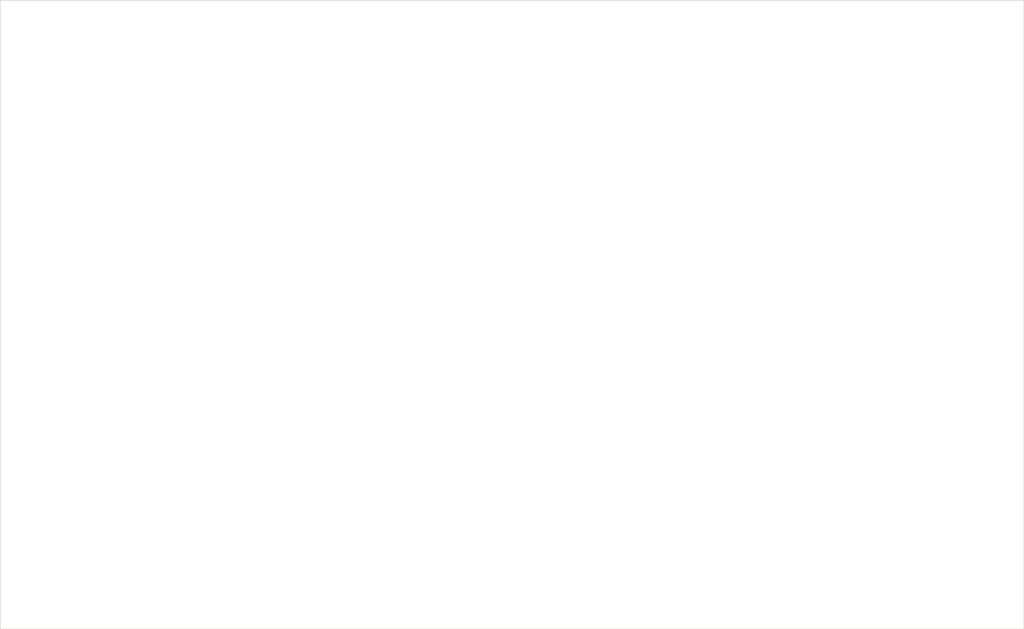
<source format=kicad_pcb>
(kicad_pcb
	(version 20240108)
	(generator "pcbnew")
	(generator_version "8.0")
	(general
		(thickness 1.6)
		(legacy_teardrops no)
	)
	(paper "A4")
	(layers
		(0 "F.Cu" signal "Top Layer")
		(31 "B.Cu" signal "Bottom Layer")
		(32 "B.Adhes" user "B.Adhesive")
		(33 "F.Adhes" user "F.Adhesive")
		(34 "B.Paste" user "Bottom Paste")
		(35 "F.Paste" user "Top Paste")
		(36 "B.SilkS" user "Bottom Overlay")
		(37 "F.SilkS" user "Top Overlay")
		(38 "B.Mask" user "Bottom Solder")
		(39 "F.Mask" user "Top Solder")
		(40 "Dwgs.User" user "Mechanical 10")
		(41 "Cmts.User" user "User.Comments")
		(42 "Eco1.User" user "User.Eco1")
		(43 "Eco2.User" user "Mechanical 11")
		(44 "Edge.Cuts" user)
		(45 "Margin" user)
		(46 "B.CrtYd" user "B.Courtyard")
		(47 "F.CrtYd" user "F.Courtyard")
		(48 "B.Fab" user "Mechanical 13")
		(49 "F.Fab" user "Mechanical 12")
		(50 "User.1" user "Mechanical 1")
		(51 "User.2" user "Mechanical 2")
		(52 "User.3" user "Mechanical 3")
		(53 "User.4" user "Mechanical 4")
		(54 "User.5" user "Mechanical 5")
		(55 "User.6" user "Mechanical 6")
		(56 "User.7" user "Mechanical 7")
		(57 "User.8" user "Mechanical 8")
		(58 "User.9" user "Mechanical 9")
	)
	(setup
		(pad_to_mask_clearance 0.1016)
		(allow_soldermask_bridges_in_footprints no)
		(aux_axis_origin 107.801105 130.0036)
		(grid_origin 107.801105 130.0036)
		(pcbplotparams
			(layerselection 0x00010fc_ffffffff)
			(plot_on_all_layers_selection 0x0000000_00000000)
			(disableapertmacros no)
			(usegerberextensions no)
			(usegerberattributes yes)
			(usegerberadvancedattributes yes)
			(creategerberjobfile yes)
			(dashed_line_dash_ratio 12.000000)
			(dashed_line_gap_ratio 3.000000)
			(svgprecision 4)
			(plotframeref no)
			(viasonmask no)
			(mode 1)
			(useauxorigin no)
			(hpglpennumber 1)
			(hpglpenspeed 20)
			(hpglpendiameter 15.000000)
			(pdf_front_fp_property_popups yes)
			(pdf_back_fp_property_popups yes)
			(dxfpolygonmode yes)
			(dxfimperialunits yes)
			(dxfusepcbnewfont yes)
			(psnegative no)
			(psa4output no)
			(plotreference yes)
			(plotvalue yes)
			(plotfptext yes)
			(plotinvisibletext no)
			(sketchpadsonfab no)
			(subtractmaskfromsilk no)
			(outputformat 1)
			(mirror no)
			(drillshape 1)
			(scaleselection 1)
			(outputdirectory "")
		)
	)
	(net 0 "")
	(gr_poly
		(pts
			(xy 129.851105 108.70359) (xy 130.251105 108.70359)
			(arc
				(start 130.251105 107.153602)
				(mid 130.543998 106.446493)
				(end 131.251107 106.1536)
			)
			(xy 131.251105 106.1536) (xy 133.801105 106.1536) (xy 133.801105 105.7536) (xy 129.851105 105.7536)
		)
		(stroke
			(width 0)
			(type default)
		)
		(fill solid)
		(layer "F.Paste")
		(uuid "01418677-3ad7-414b-b0b4-3a13295a94db")
	)
	(gr_poly
		(pts
			(xy 129.851105 124.1036) (xy 130.251105 124.1036)
			(arc
				(start 130.251105 122.553602)
				(mid 130.543998 121.846493)
				(end 131.251107 121.5536)
			)
			(xy 131.251105 121.5536) (xy 133.801105 121.5536) (xy 133.801105 121.1536) (xy 129.851105 121.1536)
		)
		(stroke
			(width 0)
			(type default)
		)
		(fill solid)
		(layer "F.Paste")
		(uuid "014ace1e-9817-45c8-9581-ce707b251d41")
	)
	(gr_poly
		(pts
			(arc
				(start 153.351105 92.35359)
				(mid 154.128922 92.675773)
				(end 154.451105 93.45359)
			)
			(arc
				(start 154.451105 93.45359)
				(mid 154.128922 94.231407)
				(end 153.351105 94.55359)
			)
			(arc
				(start 153.351105 94.55359)
				(mid 152.573288 94.231407)
				(end 152.251105 93.45359)
			)
			(arc
				(start 152.251105 93.45359)
				(mid 152.573288 92.675773)
				(end 153.351105 92.35359)
			)
		)
		(stroke
			(width 0)
			(type default)
		)
		(fill solid)
		(layer "F.Paste")
		(uuid "025b1f6b-d241-488d-9c1b-023be0242f05")
	)
	(gr_poly
		(pts
			(xy 158.951105 93.30359) (xy 159.351105 93.30359)
			(arc
				(start 159.351105 91.753592)
				(mid 159.643998 91.046483)
				(end 160.351107 90.75359)
			)
			(xy 160.351105 90.75359) (xy 162.901105 90.75359) (xy 162.901105 90.35359) (xy 158.951105 90.35359)
		)
		(stroke
			(width 0)
			(type default)
		)
		(fill solid)
		(layer "F.Paste")
		(uuid "02ce882e-c548-48f3-925a-058f8eb4264c")
	)
	(gr_poly
		(pts
			(xy 139.551105 93.60359) (xy 139.951105 93.60359)
			(arc
				(start 139.951105 95.15359)
				(mid 140.243998 95.860697)
				(end 140.951105 96.15359)
			)
			(xy 143.501105 96.15359) (xy 143.501105 96.55359) (xy 139.551105 96.55359)
		)
		(stroke
			(width 0)
			(type default)
		)
		(fill solid)
		(layer "F.Paste")
		(uuid "02e52856-bb73-463c-b0c5-71f90c942050")
	)
	(gr_poly
		(pts
			(xy 168.651115 85.60359) (xy 169.051115 85.60359)
			(arc
				(start 169.051105 84.053592)
				(mid 169.343998 83.346483)
				(end 170.051107 83.05359)
			)
			(xy 170.051115 83.05359) (xy 172.601115 83.05359) (xy 172.601115 82.65359) (xy 168.651115 82.65359)
		)
		(stroke
			(width 0)
			(type default)
		)
		(fill solid)
		(layer "F.Paste")
		(uuid "04aa8ebb-2c09-4e58-bfa6-c850a0541c1e")
	)
	(gr_poly
		(pts
			(xy 178.351115 116.4036) (xy 178.751115 116.4036)
			(arc
				(start 178.751105 114.853602)
				(mid 179.043998 114.146493)
				(end 179.751107 113.8536)
			)
			(xy 179.751115 113.8536) (xy 182.301115 113.8536) (xy 182.301115 113.4536) (xy 178.351115 113.4536)
		)
		(stroke
			(width 0)
			(type default)
		)
		(fill solid)
		(layer "F.Paste")
		(uuid "050b91d2-8c1d-4300-9782-296b51d13ee3")
	)
	(gr_poly
		(pts
			(xy 186.551115 93.30359) (xy 186.151115 93.30359)
			(arc
				(start 186.151115 91.75359)
				(mid 185.858222 91.046483)
				(end 185.151115 90.75359)
			)
			(xy 182.601115 90.75359) (xy 182.601115 90.35359) (xy 186.551115 90.35359)
		)
		(stroke
			(width 0)
			(type default)
		)
		(fill solid)
		(layer "F.Paste")
		(uuid "053389d9-95e4-4b3d-a968-8af71e9f99db")
	)
	(gr_poly
		(pts
			(xy 168.651115 93.60359) (xy 169.051115 93.60359)
			(arc
				(start 169.051115 95.15359)
				(mid 169.344008 95.860697)
				(end 170.051115 96.15359)
			)
			(xy 172.601115 96.15359) (xy 172.601115 96.55359) (xy 168.651115 96.55359)
		)
		(stroke
			(width 0)
			(type default)
		)
		(fill solid)
		(layer "F.Paste")
		(uuid "0a5f9154-dc04-4236-9480-562aec96b5e2")
	)
	(gr_poly
		(pts
			(arc
				(start 172.751115 107.7536)
				(mid 173.528932 108.075783)
				(end 173.851115 108.8536)
			)
			(arc
				(start 173.851115 108.8536)
				(mid 173.528932 109.631417)
				(end 172.751115 109.9536)
			)
			(arc
				(start 172.751115 109.9536)
				(mid 171.973298 109.631417)
				(end 171.651115 108.8536)
			)
			(arc
				(start 171.651115 108.8536)
				(mid 171.973298 108.075783)
				(end 172.751115 107.7536)
			)
		)
		(stroke
			(width 0)
			(type default)
		)
		(fill solid)
		(layer "F.Paste")
		(uuid "0a8f319d-0a22-444f-a008-9f71031456ae")
	)
	(gr_poly
		(pts
			(xy 138.051105 109.0036) (xy 137.651105 109.0036)
			(arc
				(start 137.651105 110.553597)
				(mid 137.358214 111.26071)
				(end 136.651101 111.5536)
			)
			(xy 136.651105 111.5536) (xy 134.101105 111.5536) (xy 134.101105 111.95359) (xy 138.051105 111.95359)
		)
		(stroke
			(width 0)
			(type default)
		)
		(fill solid)
		(layer "F.Paste")
		(uuid "0c12fe2d-9ac9-482b-b099-f18f6b08a8b7")
	)
	(gr_poly
		(pts
			(xy 168.651115 85.90359) (xy 169.051115 85.90359)
			(arc
				(start 169.051115 87.45359)
				(mid 169.344008 88.160697)
				(end 170.051115 88.45359)
			)
			(xy 172.601115 88.45359) (xy 172.601115 88.85359) (xy 168.651115 88.85359)
		)
		(stroke
			(width 0)
			(type default)
		)
		(fill solid)
		(layer "F.Paste")
		(uuid "0cde6154-6e63-4f27-b18e-6b595b99c3f7")
	)
	(gr_poly
		(pts
			(arc
				(start 133.951105 123.1536)
				(mid 134.728922 123.475783)
				(end 135.051105 124.2536)
			)
			(arc
				(start 135.051105 124.2536)
				(mid 134.728922 125.031417)
				(end 133.951105 125.3536)
			)
			(arc
				(start 133.951105 125.3536)
				(mid 133.173288 125.031417)
				(end 132.851105 124.2536)
			)
			(arc
				(start 132.851105 124.2536)
				(mid 133.173288 123.475783)
				(end 133.951105 123.1536)
			)
		)
		(stroke
			(width 0)
			(type default)
		)
		(fill solid)
		(layer "F.Paste")
		(uuid "0d74afaa-74ef-45fd-a9a8-3069fa205395")
	)
	(gr_poly
		(pts
			(xy 138.051105 85.60359) (xy 137.651105 85.60359)
			(arc
				(start 137.651105 84.05359)
				(mid 137.358212 83.346483)
				(end 136.651105 83.05359)
			)
			(xy 134.101105 83.05359) (xy 134.101105 82.65359) (xy 138.051105 82.65359)
		)
		(stroke
			(width 0)
			(type default)
		)
		(fill solid)
		(layer "F.Paste")
		(uuid "0f5baa05-1be5-433d-a5dd-a2fa02b9a097")
	)
	(gr_poly
		(pts
			(xy 139.551105 124.4036) (xy 139.951105 124.4036)
			(arc
				(start 139.951105 125.9536)
				(mid 140.243998 126.660707)
				(end 140.951105 126.9536)
			)
			(xy 143.501105 126.9536) (xy 143.501105 127.3536) (xy 139.551105 127.3536)
		)
		(stroke
			(width 0)
			(type default)
		)
		(fill solid)
		(layer "F.Paste")
		(uuid "130dbda9-3c96-435d-8c13-4590075bf3a0")
	)
	(gr_poly
		(pts
			(xy 149.251105 101.00359) (xy 149.651105 101.00359)
			(arc
				(start 149.651105 99.453592)
				(mid 149.943998 98.746483)
				(end 150.651107 98.45359)
			)
			(xy 150.651105 98.45359) (xy 153.201105 98.45359) (xy 153.201105 98.05359) (xy 149.251105 98.05359)
		)
		(stroke
			(width 0)
			(type default)
		)
		(fill solid)
		(layer "F.Paste")
		(uuid "1712ba5e-3a9e-4955-a34d-8c859fdc2e87")
	)
	(gr_poly
		(pts
			(xy 138.051105 93.60359) (xy 137.651105 93.60359)
			(arc
				(start 137.651105 95.153597)
				(mid 137.358214 95.86071)
				(end 136.651101 96.1536)
			)
			(xy 136.651105 96.15359) (xy 134.101105 96.15359) (xy 134.101105 96.55359) (xy 138.051105 96.55359)
		)
		(stroke
			(width 0)
			(type default)
		)
		(fill solid)
		(layer "F.Paste")
		(uuid "172521ea-d68c-4d3c-a9c3-aeb77cfdc9d4")
	)
	(gr_poly
		(pts
			(xy 110.451105 116.4036) (xy 110.851105 116.4036)
			(arc
				(start 110.851105 114.853602)
				(mid 111.143998 114.146493)
				(end 111.851107 113.8536)
			)
			(xy 111.851105 113.8536) (xy 114.401105 113.8536) (xy 114.401105 113.4536) (xy 110.451105 113.4536)
		)
		(stroke
			(width 0)
			(type default)
		)
		(fill solid)
		(layer "F.Paste")
		(uuid "172873ab-60c5-472b-a504-3e315380fcdc")
	)
	(gr_poly
		(pts
			(arc
				(start 153.351105 107.7536)
				(mid 154.128922 108.075783)
				(end 154.451105 108.8536)
			)
			(arc
				(start 154.451105 108.8536)
				(mid 154.128922 109.631417)
				(end 153.351105 109.9536)
			)
			(arc
				(start 153.351105 109.9536)
				(mid 152.573288 109.631417)
				(end 152.251105 108.8536)
			)
			(arc
				(start 152.251105 108.8536)
				(mid 152.573288 108.075783)
				(end 153.351105 107.7536)
			)
		)
		(stroke
			(width 0)
			(type default)
		)
		(fill solid)
		(layer "F.Paste")
		(uuid "18a00087-43ce-4535-8a6b-8483bd4e8ae6")
	)
	(gr_poly
		(pts
			(xy 128.351105 108.70359) (xy 127.951105 108.70359)
			(arc
				(start 127.951105 107.1536)
				(mid 127.658212 106.446493)
				(end 126.951105 106.1536)
			)
			(xy 124.401105 106.1536) (xy 124.401105 105.7536) (xy 128.351105 105.7536)
		)
		(stroke
			(width 0)
			(type default)
		)
		(fill solid)
		(layer "F.Paste")
		(uuid "195b35c4-9e0f-40d6-aa33-a647d24bf2e7")
	)
	(gr_poly
		(pts
			(xy 147.751105 124.1036) (xy 147.351105 124.1036)
			(arc
				(start 147.351105 122.5536)
				(mid 147.058212 121.846493)
				(end 146.351105 121.5536)
			)
			(xy 143.801105 121.5536) (xy 143.801105 121.1536) (xy 147.751105 121.1536)
		)
		(stroke
			(width 0)
			(type default)
		)
		(fill solid)
		(layer "F.Paste")
		(uuid "1be72f90-5fe7-40dd-a2b6-dd8eb1f0066c")
	)
	(gr_poly
		(pts
			(xy 158.951105 101.00359) (xy 159.351105 101.00359)
			(arc
				(start 159.351105 99.453592)
				(mid 159.643998 98.746483)
				(end 160.351107 98.45359)
			)
			(xy 160.351105 98.45359) (xy 162.901105 98.45359) (xy 162.901105 98.05359) (xy 158.951105 98.05359)
		)
		(stroke
			(width 0)
			(type default)
		)
		(fill solid)
		(layer "F.Paste")
		(uuid "1c7a68c0-fcd6-481b-a344-251abbc7a2de")
	)
	(gr_poly
		(pts
			(xy 110.451105 109.0036) (xy 110.851105 109.0036)
			(arc
				(start 110.851105 110.5536)
				(mid 111.143998 111.260707)
				(end 111.851105 111.5536)
			)
			(xy 114.401105 111.5536) (xy 114.401105 111.95359) (xy 110.451105 111.95359)
		)
		(stroke
			(width 0)
			(type default)
		)
		(fill solid)
		(layer "F.Paste")
		(uuid "1e839509-a347-4cda-ad60-32d7e5ad2a4f")
	)
	(gr_poly
		(pts
			(xy 118.651105 116.7036) (xy 118.251105 116.7036)
			(arc
				(start 118.251105 118.253597)
				(mid 117.958214 118.96071)
				(end 117.251101 119.2536)
			)
			(xy 117.251105 119.2536) (xy 114.701105 119.2536) (xy 114.701105 119.6536) (xy 118.651105 119.6536)
		)
		(stroke
			(width 0)
			(type default)
		)
		(fill solid)
		(layer "F.Paste")
		(uuid "1e8ef25e-495e-43f3-a3ac-43856be9d083")
	)
	(gr_poly
		(pts
			(xy 120.151105 124.1036) (xy 120.551105 124.1036)
			(arc
				(start 120.551105 122.553602)
				(mid 120.843998 121.846493)
				(end 121.551107 121.5536)
			)
			(xy 121.551105 121.5536) (xy 124.101105 121.5536) (xy 124.101105 121.1536) (xy 120.151105 121.1536)
		)
		(stroke
			(width 0)
			(type default)
		)
		(fill solid)
		(layer "F.Paste")
		(uuid "1f0b3c94-d497-45c9-8c2e-ce6d93152e78")
	)
	(gr_poly
		(pts
			(xy 147.751105 85.60359) (xy 147.351105 85.60359)
			(arc
				(start 147.351105 84.05359)
				(mid 147.058212 83.346483)
				(end 146.351105 83.05359)
			)
			(xy 143.801105 83.05359) (xy 143.801105 82.65359) (xy 147.751105 82.65359)
		)
		(stroke
			(width 0)
			(type default)
		)
		(fill solid)
		(layer "F.Paste")
		(uuid "236eaf51-5e4d-4308-8279-b8ef49670ae1")
	)
	(gr_poly
		(pts
			(arc
				(start 143.651105 107.7536)
				(mid 144.428922 108.075783)
				(end 144.751105 108.8536)
			)
			(arc
				(start 144.751105 108.8536)
				(mid 144.428922 109.631417)
				(end 143.651105 109.9536)
			)
			(arc
				(start 143.651105 109.9536)
				(mid 142.873288 109.631417)
				(end 142.551105 108.8536)
			)
			(arc
				(start 142.551105 108.8536)
				(mid 142.873288 108.075783)
				(end 143.651105 107.7536)
			)
		)
		(stroke
			(width 0)
			(type default)
		)
		(fill solid)
		(layer "F.Paste")
		(uuid "2380115e-300c-45ca-b143-e88053b70eb5")
	)
	(gr_poly
		(pts
			(arc
				(start 143.651105 115.4536)
				(mid 144.428922 115.775783)
				(end 144.751105 116.5536)
			)
			(arc
				(start 144.751105 116.5536)
				(mid 144.428922 117.331417)
				(end 143.651105 117.6536)
			)
			(arc
				(start 143.651105 117.6536)
				(mid 142.873288 117.331417)
				(end 142.551105 116.5536)
			)
			(arc
				(start 142.551105 116.5536)
				(mid 142.873288 115.775783)
				(end 143.651105 115.4536)
			)
		)
		(stroke
			(width 0)
			(type default)
		)
		(fill solid)
		(layer "F.Paste")
		(uuid "24c892c8-cc79-498f-9dad-8102048e627b")
	)
	(gr_poly
		(pts
			(xy 149.251105 124.1036) (xy 149.651105 124.1036)
			(arc
				(start 149.651105 122.553602)
				(mid 149.943998 121.846493)
				(end 150.651107 121.5536)
			)
			(xy 150.651105 121.5536) (xy 153.201105 121.5536) (xy 153.201105 121.1536) (xy 149.251105 121.1536)
		)
		(stroke
			(width 0)
			(type default)
		)
		(fill solid)
		(layer "F.Paste")
		(uuid "24f4bfb2-45b4-4a28-9ad7-f317c4fd3acd")
	)
	(gr_poly
		(pts
			(xy 167.151105 93.60359) (xy 166.751105 93.60359)
			(arc
				(start 166.751115 95.153597)
				(mid 166.458224 95.86071)
				(end 165.751111 96.1536)
			)
			(xy 165.751105 96.15359) (xy 163.201105 96.15359) (xy 163.201105 96.55359) (xy 167.151105 96.55359)
		)
		(stroke
			(width 0)
			(type default)
		)
		(fill solid)
		(layer "F.Paste")
		(uuid "25a10c7d-4783-4ae4-9790-43a8991fc74b")
	)
	(gr_poly
		(pts
			(xy 129.851105 124.4036) (xy 130.251105 124.4036)
			(arc
				(start 130.251105 125.9536)
				(mid 130.543998 126.660707)
				(end 131.251105 126.9536)
			)
			(xy 133.801105 126.9536) (xy 133.801105 127.3536) (xy 129.851105 127.3536)
		)
		(stroke
			(width 0)
			(type default)
		)
		(fill solid)
		(layer "F.Paste")
		(uuid "266955ce-d3ea-4a1a-82fb-bdecff07cfe4")
	)
	(gr_poly
		(pts
			(xy 129.851105 116.7036) (xy 130.251105 116.7036)
			(arc
				(start 130.251105 118.2536)
				(mid 130.543998 118.960707)
				(end 131.251105 119.2536)
			)
			(xy 133.801105 119.2536) (xy 133.801105 119.6536) (xy 129.851105 119.6536)
		)
		(stroke
			(width 0)
			(type default)
		)
		(fill solid)
		(layer "F.Paste")
		(uuid "276bdb3e-c2fd-4643-848c-08338ccda8b4")
	)
	(gr_poly
		(pts
			(xy 168.651115 93.30359) (xy 169.051115 93.30359)
			(arc
				(start 169.051105 91.753592)
				(mid 169.343998 91.046483)
				(end 170.051107 90.75359)
			)
			(xy 170.051115 90.75359) (xy 172.601115 90.75359) (xy 172.601115 90.35359) (xy 168.651115 90.35359)
		)
		(stroke
			(width 0)
			(type default)
		)
		(fill solid)
		(layer "F.Paste")
		(uuid "280b604d-8521-41eb-968c-f4ce133b6bf6")
	)
	(gr_poly
		(pts
			(xy 167.151105 116.4036) (xy 166.751105 116.4036)
			(arc
				(start 166.751105 114.8536)
				(mid 166.458212 114.146493)
				(end 165.751105 113.8536)
			)
			(xy 163.201105 113.8536) (xy 163.201105 113.4536) (xy 167.151105 113.4536)
		)
		(stroke
			(width 0)
			(type default)
		)
		(fill solid)
		(layer "F.Paste")
		(uuid "285903d4-c0b4-4360-8d1e-5486f75d7107")
	)
	(gr_poly
		(pts
			(xy 129.851105 109.0036) (xy 130.251105 109.0036)
			(arc
				(start 130.251105 110.5536)
				(mid 130.543998 111.260707)
				(end 131.251105 111.5536)
			)
			(xy 133.801105 111.5536) (xy 133.801105 111.95359) (xy 129.851105 111.95359)
		)
		(stroke
			(width 0)
			(type default)
		)
		(fill solid)
		(layer "F.Paste")
		(uuid "28b0d0db-ef92-4abf-94b2-3ed00bc06cd5")
	)
	(gr_poly
		(pts
			(xy 158.951105 109.0036) (xy 159.351105 109.0036)
			(arc
				(start 159.351105 110.5536)
				(mid 159.643998 111.260707)
				(end 160.351105 111.5536)
			)
			(xy 162.901105 111.5536) (xy 162.901105 111.95359) (xy 158.951105 111.95359)
		)
		(stroke
			(width 0)
			(type default)
		)
		(fill solid)
		(layer "F.Paste")
		(uuid "2973af7d-6c14-4b29-b896-2cd9535828e5")
	)
	(gr_poly
		(pts
			(xy 147.751105 85.90359) (xy 147.351105 85.90359)
			(arc
				(start 147.351105 87.453587)
				(mid 147.058214 88.1607)
				(end 146.351101 88.45359)
			)
			(xy 146.351105 88.45359) (xy 143.801105 88.45359) (xy 143.801105 88.85359) (xy 147.751105 88.85359)
		)
		(stroke
			(width 0)
			(type default)
		)
		(fill solid)
		(layer "F.Paste")
		(uuid "29887eb7-63cc-4953-929f-ed56ed4dc4d9")
	)
	(gr_poly
		(pts
			(xy 147.751105 93.60359) (xy 147.351105 93.60359)
			(arc
				(start 147.351105 95.153597)
				(mid 147.058214 95.86071)
				(end 146.351101 96.1536)
			)
			(xy 146.351105 96.15359) (xy 143.801105 96.15359) (xy 143.801105 96.55359) (xy 147.751105 96.55359)
		)
		(stroke
			(width 0)
			(type default)
		)
		(fill solid)
		(layer "F.Paste")
		(uuid "29aa509e-0d05-4174-9faf-027c2afe48f5")
	)
	(gr_poly
		(pts
			(xy 110.451105 108.70359) (xy 110.851105 108.70359)
			(arc
				(start 110.851105 107.153602)
				(mid 111.143998 106.446493)
				(end 111.851107 106.1536)
			)
			(xy 111.851105 106.1536) (xy 114.401105 106.1536) (xy 114.401105 105.7536) (xy 110.451105 105.7536)
		)
		(stroke
			(width 0)
			(type default)
		)
		(fill solid)
		(layer "F.Paste")
		(uuid "2d6e9b1e-90b9-40a2-abb5-b6fffa2a56cc")
	)
	(gr_poly
		(pts
			(xy 138.051105 124.4036) (xy 137.651105 124.4036)
			(arc
				(start 137.651105 125.953607)
				(mid 137.358214 126.66072)
				(end 136.651101 126.95361)
			)
			(xy 136.651105 126.9536) (xy 134.101105 126.9536) (xy 134.101105 127.3536) (xy 138.051105 127.3536)
		)
		(stroke
			(width 0)
			(type default)
		)
		(fill solid)
		(layer "F.Paste")
		(uuid "2e2f2dc6-686d-4f18-bcc5-536b4901e89f")
	)
	(gr_poly
		(pts
			(xy 178.351115 124.4036) (xy 178.751115 124.4036)
			(arc
				(start 178.751115 125.9536)
				(mid 179.044008 126.660707)
				(end 179.751115 126.9536)
			)
			(xy 182.301115 126.9536) (xy 182.301115 127.3536) (xy 178.351115 127.3536)
		)
		(stroke
			(width 0)
			(type default)
		)
		(fill solid)
		(layer "F.Paste")
		(uuid "2f13bd16-7ea1-445a-b156-b59063d02a80")
	)
	(gr_poly
		(pts
			(xy 176.851105 108.70359) (xy 176.451115 108.70359)
			(arc
				(start 176.451105 107.1536)
				(mid 176.158212 106.446493)
				(end 175.451105 106.1536)
			)
			(xy 172.901105 106.1536) (xy 172.901105 105.7536) (xy 176.851105 105.7536)
		)
		(stroke
			(width 0)
			(type default)
		)
		(fill solid)
		(layer "F.Paste")
		(uuid "2f2976e1-32eb-494c-b76f-fcf43b1c413d")
	)
	(gr_poly
		(pts
			(xy 178.351115 109.0036) (xy 178.751115 109.0036)
			(arc
				(start 178.751115 110.5536)
				(mid 179.044008 111.260707)
				(end 179.751115 111.5536)
			)
			(xy 182.301115 111.5536) (xy 182.301115 111.95359) (xy 178.351115 111.95359)
		)
		(stroke
			(width 0)
			(type default)
		)
		(fill solid)
		(layer "F.Paste")
		(uuid "2fb14b17-ffa0-4e5a-951b-3991884b87c4")
	)
	(gr_poly
		(pts
			(arc
				(start 182.451115 100.05359)
				(mid 183.228932 100.375773)
				(end 183.551115 101.15359)
			)
			(arc
				(start 183.551115 101.15359)
				(mid 183.228932 101.931407)
				(end 182.451115 102.25359)
			)
			(arc
				(start 182.451115 102.25359)
				(mid 181.673298 101.931407)
				(end 181.351115 101.15359)
			)
			(arc
				(start 181.351115 101.15359)
				(mid 181.673298 100.375773)
				(end 182.451115 100.05359)
			)
		)
		(stroke
			(width 0)
			(type default)
		)
		(fill solid)
		(layer "F.Paste")
		(uuid "2ff844d3-3983-4fda-89f7-52d5605e8a1c")
	)
	(gr_poly
		(pts
			(xy 110.451105 124.1036) (xy 110.851105 124.1036)
			(arc
				(start 110.851105 122.553602)
				(mid 111.143998 121.846493)
				(end 111.851107 121.5536)
			)
			(xy 111.851105 121.5536) (xy 114.401105 121.5536) (xy 114.401105 121.1536) (xy 110.451105 121.1536)
		)
		(stroke
			(width 0)
			(type default)
		)
		(fill solid)
		(layer "F.Paste")
		(uuid "305c728f-d851-48f4-9e16-4ea40b4ffc86")
	)
	(gr_poly
		(pts
			(xy 176.851105 93.30359) (xy 176.451115 93.30359)
			(arc
				(start 176.451105 91.75359)
				(mid 176.158212 91.046483)
				(end 175.451105 90.75359)
			)
			(xy 172.901105 90.75359) (xy 172.901105 90.35359) (xy 176.851105 90.35359)
		)
		(stroke
			(width 0)
			(type default)
		)
		(fill solid)
		(layer "F.Paste")
		(uuid "327b7c08-e2cd-450c-bc03-15e19b7f4554")
	)
	(gr_poly
		(pts
			(xy 139.551105 93.30359) (xy 139.951105 93.30359)
			(arc
				(start 139.951105 91.753592)
				(mid 140.243998 91.046483)
				(end 140.951107 90.75359)
			)
			(xy 140.951105 90.75359) (xy 143.501105 90.75359) (xy 143.501105 90.35359) (xy 139.551105 90.35359)
		)
		(stroke
			(width 0)
			(type default)
		)
		(fill solid)
		(layer "F.Paste")
		(uuid "387470b0-fb83-4ec1-92e8-e80803e59e58")
	)
	(gr_poly
		(pts
			(xy 186.551115 116.7036) (xy 186.151115 116.7036)
			(arc
				(start 186.151115 118.253597)
				(mid 185.858224 118.96071)
				(end 185.151111 119.2536)
			)
			(xy 185.151115 119.2536) (xy 182.601115 119.2536) (xy 182.601115 119.6536) (xy 186.551115 119.6536)
		)
		(stroke
			(width 0)
			(type default)
		)
		(fill solid)
		(layer "F.Paste")
		(uuid "38d73498-aa7d-433f-a819-daf3895ae60e")
	)
	(gr_poly
		(pts
			(xy 168.651115 101.00359) (xy 169.051115 101.00359)
			(arc
				(start 169.051105 99.453592)
				(mid 169.343998 98.746483)
				(end 170.051107 98.45359)
			)
			(xy 170.051115 98.45359) (xy 172.601115 98.45359) (xy 172.601115 98.05359) (xy 168.651115 98.05359)
		)
		(stroke
			(width 0)
			(type default)
		)
		(fill solid)
		(layer "F.Paste")
		(uuid "39f274cf-cea5-4b0d-8b79-6fd4712b2a5d")
	)
	(gr_poly
		(pts
			(xy 149.251105 93.60359) (xy 149.651105 93.60359)
			(arc
				(start 149.651105 95.15359)
				(mid 149.943998 95.860697)
				(end 150.651105 96.15359)
			)
			(xy 153.201105 96.15359) (xy 153.201105 96.55359) (xy 149.251105 96.55359)
		)
		(stroke
			(width 0)
			(type default)
		)
		(fill solid)
		(layer "F.Paste")
		(uuid "3a4fe95b-141c-4420-9701-016017ea3b6f")
	)
	(gr_poly
		(pts
			(arc
				(start 182.451115 107.7536)
				(mid 183.228932 108.075783)
				(end 183.551115 108.8536)
			)
			(arc
				(start 183.551115 108.8536)
				(mid 183.228932 109.631417)
				(end 182.451115 109.9536)
			)
			(arc
				(start 182.451115 109.9536)
				(mid 181.673298 109.631417)
				(end 181.351115 108.8536)
			)
			(arc
				(start 181.351115 108.8536)
				(mid 181.673298 108.075783)
				(end 182.451115 107.7536)
			)
		)
		(stroke
			(width 0)
			(type default)
		)
		(fill solid)
		(layer "F.Paste")
		(uuid "3a74937e-c0e8-4eac-89a8-9fdb5d12be9a")
	)
	(gr_poly
		(pts
			(arc
				(start 114.551105 84.65359)
				(mid 115.328922 84.975773)
				(end 115.651105 85.75359)
			)
			(arc
				(start 115.651105 85.75359)
				(mid 115.328922 86.531407)
				(end 114.551105 86.85359)
			)
			(arc
				(start 114.551105 86.85359)
				(mid 113.773288 86.531407)
				(end 113.451105 85.75359)
			)
			(arc
				(start 113.451105 85.75359)
				(mid 113.773288 84.975773)
				(end 114.551105 84.65359)
			)
		)
		(stroke
			(width 0)
			(type default)
		)
		(fill solid)
		(layer "F.Paste")
		(uuid "3c65b9d8-f746-472b-a514-a854eaf4cffc")
	)
	(gr_poly
		(pts
			(xy 157.451105 93.60359) (xy 157.051105 93.60359)
			(arc
				(start 157.051115 95.153597)
				(mid 156.758224 95.86071)
				(end 156.051111 96.1536)
			)
			(xy 156.051105 96.15359) (xy 153.501105 96.15359) (xy 153.501105 96.55359) (xy 157.451105 96.55359)
		)
		(stroke
			(width 0)
			(type default)
		)
		(fill solid)
		(layer "F.Paste")
		(uuid "3c979571-ad73-43aa-b1e8-6102569e2df2")
	)
	(gr_poly
		(pts
			(xy 120.151105 93.30359) (xy 120.551105 93.30359)
			(arc
				(start 120.551105 91.753592)
				(mid 120.843998 91.046483)
				(end 121.551107 90.75359)
			)
			(xy 121.551105 90.75359) (xy 124.101105 90.75359) (xy 124.101105 90.35359) (xy 120.151105 90.35359)
		)
		(stroke
			(width 0)
			(type default)
		)
		(fill solid)
		(layer "F.Paste")
		(uuid "3d0ccbb5-e301-41d0-90bb-a65e280214ad")
	)
	(gr_poly
		(pts
			(xy 138.051105 101.00359) (xy 137.651105 101.00359)
			(arc
				(start 137.651105 99.45359)
				(mid 137.358212 98.746483)
				(end 136.651105 98.45359)
			)
			(xy 134.101105 98.45359) (xy 134.101105 98.05359) (xy 138.051105 98.05359)
		)
		(stroke
			(width 0)
			(type default)
		)
		(fill solid)
		(layer "F.Paste")
		(uuid "3efe2558-4f1b-4f4b-8abb-315165baec12")
	)
	(gr_poly
		(pts
			(xy 139.551105 124.1036) (xy 139.951105 124.1036)
			(arc
				(start 139.951105 122.553602)
				(mid 140.243998 121.846493)
				(end 140.951107 121.5536)
			)
			(xy 140.951105 121.5536) (xy 143.501105 121.5536) (xy 143.501105 121.1536) (xy 139.551105 121.1536)
		)
		(stroke
			(width 0)
			(type default)
		)
		(fill solid)
		(layer "F.Paste")
		(uuid "3f411c6b-e2b8-47ae-9cce-0ab6b787dcd2")
	)
	(gr_poly
		(pts
			(xy 186.551115 124.1036) (xy 186.151115 124.1036)
			(arc
				(start 186.151115 122.5536)
				(mid 185.858222 121.846493)
				(end 185.151115 121.5536)
			)
			(xy 182.601115 121.5536) (xy 182.601115 121.1536) (xy 186.551115 121.1536)
		)
		(stroke
			(width 0)
			(type default)
		)
		(fill solid)
		(layer "F.Paste")
		(uuid "4313c5e1-d1a2-4ed8-8fe0-7d9341553b24")
	)
	(gr_poly
		(pts
			(arc
				(start 124.251105 107.7536)
				(mid 125.028922 108.075783)
				(end 125.351105 108.8536)
			)
			(arc
				(start 125.351105 108.8536)
				(mid 125.028922 109.631417)
				(end 124.251105 109.9536)
			)
			(arc
				(start 124.251105 109.9536)
				(mid 123.473288 109.631417)
				(end 123.151105 108.8536)
			)
			(arc
				(start 123.151105 108.8536)
				(mid 123.473288 108.075783)
				(end 124.251105 107.7536)
			)
		)
		(stroke
			(width 0)
			(type default)
		)
		(fill solid)
		(layer "F.Paste")
		(uuid "43607f59-fece-4c92-9134-9f619cbdcaa9")
	)
	(gr_poly
		(pts
			(xy 128.351105 116.7036) (xy 127.951105 116.7036)
			(arc
				(start 127.951105 118.253597)
				(mid 127.658214 118.96071)
				(end 126.951101 119.2536)
			)
			(xy 126.951105 119.2536) (xy 124.401105 119.2536) (xy 124.401105 119.6536) (xy 128.351105 119.6536)
		)
		(stroke
			(width 0)
			(type default)
		)
		(fill solid)
		(layer "F.Paste")
		(uuid "442b3fda-e537-4117-a753-732bbf84968e")
	)
	(gr_poly
		(pts
			(xy 176.851105 116.4036) (xy 176.451115 116.4036)
			(arc
				(start 176.451105 114.8536)
				(mid 176.158212 114.146493)
				(end 175.451105 113.8536)
			)
			(xy 172.901105 113.8536) (xy 172.901105 113.4536) (xy 176.851105 113.4536)
		)
		(stroke
			(width 0)
			(type default)
		)
		(fill solid)
		(layer "F.Paste")
		(uuid "445ca897-4c66-4670-bec4-c6bc0f2403b1")
	)
	(gr_poly
		(pts
			(xy 178.351115 124.1036) (xy 178.751115 124.1036)
			(arc
				(start 178.751105 122.553602)
				(mid 179.043998 121.846493)
				(end 179.751107 121.5536)
			)
			(xy 179.751115 121.5536) (xy 182.301115 121.5536) (xy 182.301115 121.1536) (xy 178.351115 121.1536)
		)
		(stroke
			(width 0)
			(type default)
		)
		(fill solid)
		(layer "F.Paste")
		(uuid "45a7fa39-83f4-452c-bdd4-f2f43247fd59")
	)
	(gr_poly
		(pts
			(xy 110.451105 85.90359) (xy 110.851105 85.90359)
			(arc
				(start 110.851105 87.45359)
				(mid 111.143998 88.160697)
				(end 111.851105 88.45359)
			)
			(xy 114.401105 88.45359) (xy 114.401105 88.85359) (xy 110.451105 88.85359)
		)
		(stroke
			(width 0)
			(type default)
		)
		(fill solid)
		(layer "F.Paste")
		(uuid "45fd25c1-7943-4b89-be0d-196a7c22ead7")
	)
	(gr_poly
		(pts
			(xy 176.851105 85.90359) (xy 176.451115 85.90359)
			(arc
				(start 176.451115 87.453587)
				(mid 176.158224 88.1607)
				(end 175.451111 88.45359)
			)
			(xy 175.451105 88.45359) (xy 172.901105 88.45359) (xy 172.901105 88.85359) (xy 176.851105 88.85359)
		)
		(stroke
			(width 0)
			(type default)
		)
		(fill solid)
		(layer "F.Paste")
		(uuid "464ca5e6-22d6-45b7-9bb6-b946359192aa")
	)
	(gr_poly
		(pts
			(xy 129.851105 116.4036) (xy 130.251105 116.4036)
			(arc
				(start 130.251105 114.853602)
				(mid 130.543998 114.146493)
				(end 131.251107 113.8536)
			)
			(xy 131.251105 113.8536) (xy 133.801105 113.8536) (xy 133.801105 113.4536) (xy 129.851105 113.4536)
		)
		(stroke
			(width 0)
			(type default)
		)
		(fill solid)
		(layer "F.Paste")
		(uuid "487150cc-c9d0-472b-9394-91682cdcd975")
	)
	(gr_poly
		(pts
			(arc
				(start 114.551105 92.35359)
				(mid 115.328922 92.675773)
				(end 115.651105 93.45359)
			)
			(arc
				(start 115.651105 93.45359)
				(mid 115.328922 94.231407)
				(end 114.551105 94.55359)
			)
			(arc
				(start 114.551105 94.55359)
				(mid 113.773288 94.231407)
				(end 113.451105 93.45359)
			)
			(arc
				(start 113.451105 93.45359)
				(mid 113.773288 92.675773)
				(end 114.551105 92.35359)
			)
		)
		(stroke
			(width 0)
			(type default)
		)
		(fill solid)
		(layer "F.Paste")
		(uuid "49769518-b3cb-4464-8777-3b0db31aafe8")
	)
	(gr_poly
		(pts
			(xy 186.551115 124.4036) (xy 186.151115 124.4036)
			(arc
				(start 186.151115 125.953607)
				(mid 185.858224 126.66072)
				(end 185.151111 126.95361)
			)
			(xy 185.151115 126.9536) (xy 182.601115 126.9536) (xy 182.601115 127.3536) (xy 186.551115 127.3536)
		)
		(stroke
			(width 0)
			(type default)
		)
		(fill solid)
		(layer "F.Paste")
		(uuid "4a382605-5d7c-4961-848f-aafd8a073caa")
	)
	(gr_poly
		(pts
			(arc
				(start 124.251105 84.65359)
				(mid 125.028922 84.975773)
				(end 125.351105 85.75359)
			)
			(arc
				(start 125.351105 85.75359)
				(mid 125.028922 86.531407)
				(end 124.251105 86.85359)
			)
			(arc
				(start 124.251105 86.85359)
				(mid 123.473288 86.531407)
				(end 123.151105 85.75359)
			)
			(arc
				(start 123.151105 85.75359)
				(mid 123.473288 84.975773)
				(end 124.251105 84.65359)
			)
		)
		(stroke
			(width 0)
			(type default)
		)
		(fill solid)
		(layer "F.Paste")
		(uuid "4b5664d4-bba8-4124-ab41-5b5dcc940cab")
	)
	(gr_poly
		(pts
			(xy 138.051105 116.4036) (xy 137.651105 116.4036)
			(arc
				(start 137.651105 114.8536)
				(mid 137.358212 114.146493)
				(end 136.651105 113.8536)
			)
			(xy 134.101105 113.8536) (xy 134.101105 113.4536) (xy 138.051105 113.4536)
		)
		(stroke
			(width 0)
			(type default)
		)
		(fill solid)
		(layer "F.Paste")
		(uuid "4b724284-7742-43f1-bcfb-849db3702f0f")
	)
	(gr_poly
		(pts
			(xy 167.151105 108.70359) (xy 166.751105 108.70359)
			(arc
				(start 166.751105 107.1536)
				(mid 166.458212 106.446493)
				(end 165.751105 106.1536)
			)
			(xy 163.201105 106.1536) (xy 163.201105 105.7536) (xy 167.151105 105.7536)
		)
		(stroke
			(width 0)
			(type default)
		)
		(fill solid)
		(layer "F.Paste")
		(uuid "4da28801-c830-4c6e-ae86-9d22e3eb1461")
	)
	(gr_poly
		(pts
			(xy 118.651105 124.4036) (xy 118.251105 124.4036)
			(arc
				(start 118.251105 125.953607)
				(mid 117.958214 126.66072)
				(end 117.251101 126.95361)
			)
			(xy 117.251105 126.9536) (xy 114.701105 126.9536) (xy 114.701105 127.3536) (xy 118.651105 127.3536)
		)
		(stroke
			(width 0)
			(type default)
		)
		(fill solid)
		(layer "F.Paste")
		(uuid "4dedf0bd-aa77-41e9-80fd-faa6cd4d8b18")
	)
	(gr_poly
		(pts
			(xy 167.151105 109.0036) (xy 166.751105 109.0036)
			(arc
				(start 166.751115 110.553597)
				(mid 166.458224 111.26071)
				(end 165.751111 111.5536)
			)
			(xy 165.751105 111.5536) (xy 163.201105 111.5536) (xy 163.201105 111.95359) (xy 167.151105 111.95359)
		)
		(stroke
			(width 0)
			(type default)
		)
		(fill solid)
		(layer "F.Paste")
		(uuid "4e6619ca-c37c-4e0c-b6ec-9c11121b8bbf")
	)
	(gr_poly
		(pts
			(xy 147.751105 116.7036) (xy 147.351105 116.7036)
			(arc
				(start 147.351105 118.253597)
				(mid 147.058214 118.96071)
				(end 146.351101 119.2536)
			)
			(xy 146.351105 119.2536) (xy 143.801105 119.2536) (xy 143.801105 119.6536) (xy 147.751105 119.6536)
		)
		(stroke
			(width 0)
			(type default)
		)
		(fill solid)
		(layer "F.Paste")
		(uuid "4e9ca6c1-80f5-49d5-89d4-d1cdab913956")
	)
	(gr_poly
		(pts
			(xy 118.651105 109.0036) (xy 118.251105 109.0036)
			(arc
				(start 118.251105 110.553597)
				(mid 117.958214 111.26071)
				(end 117.251101 111.5536)
			)
			(xy 117.251105 111.5536) (xy 114.701105 111.5536) (xy 114.701105 111.95359) (xy 118.651105 111.95359)
		)
		(stroke
			(width 0)
			(type default)
		)
		(fill solid)
		(layer "F.Paste")
		(uuid "4fa0404c-9424-4686-be62-bcbeac302084")
	)
	(gr_poly
		(pts
			(xy 167.151105 116.7036) (xy 166.751105 116.7036)
			(arc
				(start 166.751115 118.253597)
				(mid 166.458224 118.96071)
				(end 165.751111 119.2536)
			)
			(xy 165.751105 119.2536) (xy 163.201105 119.2536) (xy 163.201105 119.6536) (xy 167.151105 119.6536)
		)
		(stroke
			(width 0)
			(type default)
		)
		(fill solid)
		(layer "F.Paste")
		(uuid "50581c43-4eee-4973-bb14-9af431aa7298")
	)
	(gr_poly
		(pts
			(arc
				(start 133.951105 84.65359)
				(mid 134.728922 84.975773)
				(end 135.051105 85.75359)
			)
			(arc
				(start 135.051105 85.75359)
				(mid 134.728922 86.531407)
				(end 133.951105 86.85359)
			)
			(arc
				(start 133.951105 86.85359)
				(mid 133.173288 86.531407)
				(end 132.851105 85.75359)
			)
			(arc
				(start 132.851105 85.75359)
				(mid 133.173288 84.975773)
				(end 133.951105 84.65359)
			)
		)
		(stroke
			(width 0)
			(type default)
		)
		(fill solid)
		(layer "F.Paste")
		(uuid "51539b65-728f-4149-9d3e-a3d05f678314")
	)
	(gr_poly
		(pts
			(xy 138.051105 124.1036) (xy 137.651105 124.1036)
			(arc
				(start 137.651105 122.5536)
				(mid 137.358212 121.846493)
				(end 136.651105 121.5536)
			)
			(xy 134.101105 121.5536) (xy 134.101105 121.1536) (xy 138.051105 121.1536)
		)
		(stroke
			(width 0)
			(type default)
		)
		(fill solid)
		(layer "F.Paste")
		(uuid "51f60b13-5a08-41a0-8f21-22ed78886245")
	)
	(gr_poly
		(pts
			(xy 120.151105 109.0036) (xy 120.551105 109.0036)
			(arc
				(start 120.551105 110.5536)
				(mid 120.843998 111.260707)
				(end 121.551105 111.5536)
			)
			(xy 124.101105 111.5536) (xy 124.101105 111.95359) (xy 120.151105 111.95359)
		)
		(stroke
			(width 0)
			(type default)
		)
		(fill solid)
		(layer "F.Paste")
		(uuid "52099432-0921-409d-877d-478f649e04c9")
	)
	(gr_poly
		(pts
			(xy 138.051105 108.70359) (xy 137.651105 108.70359)
			(arc
				(start 137.651105 107.1536)
				(mid 137.358212 106.446493)
				(end 136.651105 106.1536)
			)
			(xy 134.101105 106.1536) (xy 134.101105 105.7536) (xy 138.051105 105.7536)
		)
		(stroke
			(width 0)
			(type default)
		)
		(fill solid)
		(layer "F.Paste")
		(uuid "524e6c4c-107c-4f4c-a6a7-7d263280bb63")
	)
	(gr_poly
		(pts
			(xy 147.751105 101.30359) (xy 147.351105 101.30359)
			(arc
				(start 147.351105 102.853597)
				(mid 147.058214 103.56071)
				(end 146.351101 103.8536)
			)
			(xy 146.351105 103.85359) (xy 143.801105 103.85359) (xy 143.801105 104.25359) (xy 147.751105 104.25359)
		)
		(stroke
			(width 0)
			(type default)
		)
		(fill solid)
		(layer "F.Paste")
		(uuid "52e6134c-4120-4aac-8f2e-aa0fe51cb5fc")
	)
	(gr_poly
		(pts
			(xy 168.651115 108.70359) (xy 169.051115 108.70359)
			(arc
				(start 169.051105 107.153602)
				(mid 169.343998 106.446493)
				(end 170.051107 106.1536)
			)
			(xy 170.051115 106.1536) (xy 172.601115 106.1536) (xy 172.601115 105.7536) (xy 168.651115 105.7536)
		)
		(stroke
			(width 0)
			(type default)
		)
		(fill solid)
		(layer "F.Paste")
		(uuid "54634252-752b-4e16-89f0-7094e57b7f62")
	)
	(gr_poly
		(pts
			(xy 167.151105 85.90359) (xy 166.751105 85.90359)
			(arc
				(start 166.751115 87.453587)
				(mid 166.458224 88.1607)
				(end 165.751111 88.45359)
			)
			(xy 165.751105 88.45359) (xy 163.201105 88.45359) (xy 163.201105 88.85359) (xy 167.151105 88.85359)
		)
		(stroke
			(width 0)
			(type default)
		)
		(fill solid)
		(layer "F.Paste")
		(uuid "57ee96a1-6d43-4a48-9601-0cedd1a8cb46")
	)
	(gr_poly
		(pts
			(xy 120.151105 93.60359) (xy 120.551105 93.60359)
			(arc
				(start 120.551105 95.15359)
				(mid 120.843998 95.860697)
				(end 121.551105 96.15359)
			)
			(xy 124.101105 96.15359) (xy 124.101105 96.55359) (xy 120.151105 96.55359)
		)
		(stroke
			(width 0)
			(type default)
		)
		(fill solid)
		(layer "F.Paste")
		(uuid "591f2994-7c78-4281-8b40-4d75dc1cd4e6")
	)
	(gr_poly
		(pts
			(xy 186.551115 101.30359) (xy 186.151115 101.30359)
			(arc
				(start 186.151115 102.853597)
				(mid 185.858224 103.56071)
				(end 185.151111 103.8536)
			)
			(xy 185.151115 103.85359) (xy 182.601115 103.85359) (xy 182.601115 104.25359) (xy 186.551115 104.25359)
		)
		(stroke
			(width 0)
			(type default)
		)
		(fill solid)
		(layer "F.Paste")
		(uuid "5a71c3be-b91c-4578-9b64-6997766c4207")
	)
	(gr_poly
		(pts
			(xy 128.351105 124.4036) (xy 127.951105 124.4036)
			(arc
				(start 127.951105 125.953607)
				(mid 127.658214 126.66072)
				(end 126.951101 126.95361)
			)
			(xy 126.951105 126.9536) (xy 124.401105 126.9536) (xy 124.401105 127.3536) (xy 128.351105 127.3536)
		)
		(stroke
			(width 0)
			(type default)
		)
		(fill solid)
		(layer "F.Paste")
		(uuid "5dd6c066-0ebf-4621-a723-ea780b53f043")
	)
	(gr_poly
		(pts
			(arc
				(start 172.751115 84.65359)
				(mid 173.528932 84.975773)
				(end 173.851115 85.75359)
			)
			(arc
				(start 173.851115 85.75359)
				(mid 173.528932 86.531407)
				(end 172.751115 86.85359)
			)
			(arc
				(start 172.751115 86.85359)
				(mid 171.973298 86.531407)
				(end 171.651115 85.75359)
			)
			(arc
				(start 171.651115 85.75359)
				(mid 171.973298 84.975773)
				(end 172.751115 84.65359)
			)
		)
		(stroke
			(width 0)
			(type default)
		)
		(fill solid)
		(layer "F.Paste")
		(uuid "5df28f54-6cb1-40fd-a7e3-5eb835e04971")
	)
	(gr_poly
		(pts
			(xy 168.651115 116.4036) (xy 169.051115 116.4036)
			(arc
				(start 169.051105 114.853602)
				(mid 169.343998 114.146493)
				(end 170.051107 113.8536)
			)
			(xy 170.051115 113.8536) (xy 172.601115 113.8536) (xy 172.601115 113.4536) (xy 168.651115 113.4536)
		)
		(stroke
			(width 0)
			(type default)
		)
		(fill solid)
		(layer "F.Paste")
		(uuid "5e5f1363-1007-47ef-a2ee-17c10a405a3d")
	)
	(gr_poly
		(pts
			(xy 167.151105 85.60359) (xy 166.751105 85.60359)
			(arc
				(start 166.751105 84.05359)
				(mid 166.458212 83.346483)
				(end 165.751105 83.05359)
			)
			(xy 163.201105 83.05359) (xy 163.201105 82.65359) (xy 167.151105 82.65359)
		)
		(stroke
			(width 0)
			(type default)
		)
		(fill solid)
		(layer "F.Paste")
		(uuid "5ed2a769-15d9-4e0a-83a5-1c6f5c8a9fd8")
	)
	(gr_poly
		(pts
			(xy 158.951105 108.70359) (xy 159.351105 108.70359)
			(arc
				(start 159.351105 107.153602)
				(mid 159.643998 106.446493)
				(end 160.351107 106.1536)
			)
			(xy 160.351105 106.1536) (xy 162.901105 106.1536) (xy 162.901105 105.7536) (xy 158.951105 105.7536)
		)
		(stroke
			(width 0)
			(type default)
		)
		(fill solid)
		(layer "F.Paste")
		(uuid "60954c9d-ad61-44e5-990a-3070345ded07")
	)
	(gr_poly
		(pts
			(arc
				(start 124.251105 123.1536)
				(mid 125.028922 123.475783)
				(end 125.351105 124.2536)
			)
			(arc
				(start 125.351105 124.2536)
				(mid 125.028922 125.031417)
				(end 124.251105 125.3536)
			)
			(arc
				(start 124.251105 125.3536)
				(mid 123.473288 125.031417)
				(end 123.151105 124.2536)
			)
			(arc
				(start 123.151105 124.2536)
				(mid 123.473288 123.475783)
				(end 124.251105 123.1536)
			)
		)
		(stroke
			(width 0)
			(type default)
		)
		(fill solid)
		(layer "F.Paste")
		(uuid "60cf095c-d253-459b-a58a-1ebc793a61a0")
	)
	(gr_poly
		(pts
			(xy 149.251105 124.4036) (xy 149.651105 124.4036)
			(arc
				(start 149.651105 125.9536)
				(mid 149.943998 126.660707)
				(end 150.651105 126.9536)
			)
			(xy 153.201105 126.9536) (xy 153.201105 127.3536) (xy 149.251105 127.3536)
		)
		(stroke
			(width 0)
			(type default)
		)
		(fill solid)
		(layer "F.Paste")
		(uuid "60e067eb-19af-4430-930e-b8f89d8bd036")
	)
	(gr_poly
		(pts
			(xy 128.351105 109.0036) (xy 127.951105 109.0036)
			(arc
				(start 127.951105 110.553597)
				(mid 127.658214 111.26071)
				(end 126.951101 111.5536)
			)
			(xy 126.951105 111.5536) (xy 124.401105 111.5536) (xy 124.401105 111.95359) (xy 128.351105 111.95359)
		)
		(stroke
			(width 0)
			(type default)
		)
		(fill solid)
		(layer "F.Paste")
		(uuid "613a4f65-e05f-475c-8379-74e14b8d0293")
	)
	(gr_poly
		(pts
			(xy 176.851105 85.60359) (xy 176.451115 85.60359)
			(arc
				(start 176.451105 84.05359)
				(mid 176.158212 83.346483)
				(end 175.451105 83.05359)
			)
			(xy 172.901105 83.05359) (xy 172.901105 82.65359) (xy 176.851105 82.65359)
		)
		(stroke
			(width 0)
			(type default)
		)
		(fill solid)
		(layer "F.Paste")
		(uuid "62900d4f-129b-467e-8b27-387af11bae08")
	)
	(gr_poly
		(pts
			(xy 176.851105 124.4036) (xy 176.451115 124.4036)
			(arc
				(start 176.451115 125.953607)
				(mid 176.158224 126.66072)
				(end 175.451111 126.95361)
			)
			(xy 175.451105 126.9536) (xy 172.901105 126.9536) (xy 172.901105 127.3536) (xy 176.851105 127.3536)
		)
		(stroke
			(width 0)
			(type default)
		)
		(fill solid)
		(layer "F.Paste")
		(uuid "64ab2120-1b18-4f88-a26f-a4c61087b543")
	)
	(gr_poly
		(pts
			(xy 147.751105 109.0036) (xy 147.351105 109.0036)
			(arc
				(start 147.351105 110.553597)
				(mid 147.058214 111.26071)
				(end 146.351101 111.5536)
			)
			(xy 146.351105 111.5536) (xy 143.801105 111.5536) (xy 143.801105 111.95359) (xy 147.751105 111.95359)
		)
		(stroke
			(width 0)
			(type default)
		)
		(fill solid)
		(layer "F.Paste")
		(uuid "665029e6-a48b-4352-8e5e-042d6e2f9b0b")
	)
	(gr_poly
		(pts
			(xy 120.151105 116.7036) (xy 120.551105 116.7036)
			(arc
				(start 120.551105 118.2536)
				(mid 120.843998 118.960707)
				(end 121.551105 119.2536)
			)
			(xy 124.101105 119.2536) (xy 124.101105 119.6536) (xy 120.151105 119.6536)
		)
		(stroke
			(width 0)
			(type default)
		)
		(fill solid)
		(layer "F.Paste")
		(uuid "69b78181-f832-4ea3-add5-0a63a3636620")
	)
	(gr_poly
		(pts
			(xy 118.651105 85.90359) (xy 118.251105 85.90359)
			(arc
				(start 118.251105 87.453587)
				(mid 117.958214 88.1607)
				(end 117.251101 88.45359)
			)
			(xy 117.251105 88.45359) (xy 114.701105 88.45359) (xy 114.701105 88.85359) (xy 118.651105 88.85359)
		)
		(stroke
			(width 0)
			(type default)
		)
		(fill solid)
		(layer "F.Paste")
		(uuid "69ffaa21-9f94-4466-85d7-81493bdb7cff")
	)
	(gr_poly
		(pts
			(xy 149.251105 108.70359) (xy 149.651105 108.70359)
			(arc
				(start 149.651105 107.153602)
				(mid 149.943998 106.446493)
				(end 150.651107 106.1536)
			)
			(xy 150.651105 106.1536) (xy 153.201105 106.1536) (xy 153.201105 105.7536) (xy 149.251105 105.7536)
		)
		(stroke
			(width 0)
			(type default)
		)
		(fill solid)
		(layer "F.Paste")
		(uuid "6a92a4ab-0387-4360-9d15-e4183f8e7c94")
	)
	(gr_poly
		(pts
			(xy 139.551105 116.4036) (xy 139.951105 116.4036)
			(arc
				(start 139.951105 114.853602)
				(mid 140.243998 114.146493)
				(end 140.951107 113.8536)
			)
			(xy 140.951105 113.8536) (xy 143.501105 113.8536) (xy 143.501105 113.4536) (xy 139.551105 113.4536)
		)
		(stroke
			(width 0)
			(type default)
		)
		(fill solid)
		(layer "F.Paste")
		(uuid "6c62c9b6-99cd-469e-b907-34a8d72a5212")
	)
	(gr_poly
		(pts
			(xy 158.951105 93.60359) (xy 159.351105 93.60359)
			(arc
				(start 159.351105 95.15359)
				(mid 159.643998 95.860697)
				(end 160.351105 96.15359)
			)
			(xy 162.901105 96.15359) (xy 162.901105 96.55359) (xy 158.951105 96.55359)
		)
		(stroke
			(width 0)
			(type default)
		)
		(fill solid)
		(layer "F.Paste")
		(uuid "6cd8e9e8-93c9-4707-9849-56d7380da433")
	)
	(gr_poly
		(pts
			(arc
				(start 143.651105 84.65359)
				(mid 144.428922 84.975773)
				(end 144.751105 85.75359)
			)
			(arc
				(start 144.751105 85.75359)
				(mid 144.428922 86.531407)
				(end 143.651105 86.85359)
			)
			(arc
				(start 143.651105 86.85359)
				(mid 142.873288 86.531407)
				(end 142.551105 85.75359)
			)
			(arc
				(start 142.551105 85.75359)
				(mid 142.873288 84.975773)
				(end 143.651105 84.65359)
			)
		)
		(stroke
			(width 0)
			(type default)
		)
		(fill solid)
		(layer "F.Paste")
		(uuid "6d041cf4-6e59-4438-a57b-9f43a6981291")
	)
	(gr_poly
		(pts
			(xy 118.651105 85.60359) (xy 118.251105 85.60359)
			(arc
				(start 118.251105 84.05359)
				(mid 117.958212 83.346483)
				(end 117.251105 83.05359)
			)
			(xy 114.701105 83.05359) (xy 114.701105 82.65359) (xy 118.651105 82.65359)
		)
		(stroke
			(width 0)
			(type default)
		)
		(fill solid)
		(layer "F.Paste")
		(uuid "6d46f7b7-e57f-4f0e-9683-7d7b2798dc86")
	)
	(gr_poly
		(pts
			(xy 178.351115 85.60359) (xy 178.751115 85.60359)
			(arc
				(start 178.751105 84.053592)
				(mid 179.043998 83.346483)
				(end 179.751107 83.05359)
			)
			(xy 179.751115 83.05359) (xy 182.301115 83.05359) (xy 182.301115 82.65359) (xy 178.351115 82.65359)
		)
		(stroke
			(width 0)
			(type default)
		)
		(fill solid)
		(layer "F.Paste")
		(uuid "6d7cfe6b-10fe-481a-8115-9f3c1dac2104")
	)
	(gr_poly
		(pts
			(xy 178.351115 101.30359) (xy 178.751115 101.30359)
			(arc
				(start 178.751115 102.85359)
				(mid 179.044008 103.560697)
				(end 179.751115 103.85359)
			)
			(xy 182.301115 103.85359) (xy 182.301115 104.25359) (xy 178.351115 104.25359)
		)
		(stroke
			(width 0)
			(type default)
		)
		(fill solid)
		(layer "F.Paste")
		(uuid "6d86f9b6-ad34-42cd-b7ba-e91dd69e96c1")
	)
	(gr_poly
		(pts
			(xy 149.251105 85.60359) (xy 149.651105 85.60359)
			(arc
				(start 149.651105 84.053592)
				(mid 149.943998 83.346483)
				(end 150.651107 83.05359)
			)
			(xy 150.651105 83.05359) (xy 153.201105 83.05359) (xy 153.201105 82.65359) (xy 149.251105 82.65359)
		)
		(stroke
			(width 0)
			(type default)
		)
		(fill solid)
		(layer "F.Paste")
		(uuid "6fafe3e3-cd08-4b42-8be6-4caf98a2bbec")
	)
	(gr_poly
		(pts
			(xy 176.851105 124.1036) (xy 176.451115 124.1036)
			(arc
				(start 176.451105 122.5536)
				(mid 176.158212 121.846493)
				(end 175.451105 121.5536)
			)
			(xy 172.901105 121.5536) (xy 172.901105 121.1536) (xy 176.851105 121.1536)
		)
		(stroke
			(width 0)
			(type default)
		)
		(fill solid)
		(layer "F.Paste")
		(uuid "71a30808-01b2-48e4-be90-aafe245e23a7")
	)
	(gr_poly
		(pts
			(xy 168.651115 109.0036) (xy 169.051115 109.0036)
			(arc
				(start 169.051115 110.5536)
				(mid 169.344008 111.260707)
				(end 170.051115 111.5536)
			)
			(xy 172.601115 111.5536) (xy 172.601115 111.95359) (xy 168.651115 111.95359)
		)
		(stroke
			(width 0)
			(type default)
		)
		(fill solid)
		(layer "F.Paste")
		(uuid "71d33069-8666-40c8-8e7a-205bdc7110ed")
	)
	(gr_poly
		(pts
			(xy 147.751105 116.4036) (xy 147.351105 116.4036)
			(arc
				(start 147.351105 114.8536)
				(mid 147.058212 114.146493)
				(end 146.351105 113.8536)
			)
			(xy 143.801105 113.8536) (xy 143.801105 113.4536) (xy 147.751105 113.4536)
		)
		(stroke
			(width 0)
			(type default)
		)
		(fill solid)
		(layer "F.Paste")
		(uuid "77faf95a-a89b-4ca7-928f-63f3a45d04aa")
	)
	(gr_poly
		(pts
			(xy 157.451105 109.0036) (xy 157.051105 109.0036)
			(arc
				(start 157.051115 110.553597)
				(mid 156.758224 111.26071)
				(end 156.051111 111.5536)
			)
			(xy 156.051105 111.5536) (xy 153.501105 111.5536) (xy 153.501105 111.95359) (xy 157.451105 111.95359)
		)
		(stroke
			(width 0)
			(type default)
		)
		(fill solid)
		(layer "F.Paste")
		(uuid "7bf6cced-8081-4ea7-aa39-f64617819a94")
	)
	(gr_poly
		(pts
			(xy 168.651115 116.7036) (xy 169.051115 116.7036)
			(arc
				(start 169.051115 118.2536)
				(mid 169.344008 118.960707)
				(end 170.051115 119.2536)
			)
			(xy 172.601115 119.2536) (xy 172.601115 119.6536) (xy 168.651115 119.6536)
		)
		(stroke
			(width 0)
			(type default)
		)
		(fill solid)
		(layer "F.Paste")
		(uuid "7c083530-3dab-4187-9f4c-83c13886e078")
	)
	(gr_poly
		(pts
			(arc
				(start 153.351105 84.65359)
				(mid 154.128922 84.975773)
				(end 154.451105 85.75359)
			)
			(arc
				(start 154.451105 85.75359)
				(mid 154.128922 86.531407)
				(end 153.351105 86.85359)
			)
			(arc
				(start 153.351105 86.85359)
				(mid 152.573288 86.531407)
				(end 152.251105 85.75359)
			)
			(arc
				(start 152.251105 85.75359)
				(mid 152.573288 84.975773)
				(end 153.351105 84.65359)
			)
		)
		(stroke
			(width 0)
			(type default)
		)
		(fill solid)
		(layer "F.Paste")
		(uuid "8176f520-396f-4d55-acc3-ed08f30c03c6")
	)
	(gr_poly
		(pts
			(xy 128.351105 93.60359) (xy 127.951105 93.60359)
			(arc
				(start 127.951105 95.153597)
				(mid 127.658214 95.86071)
				(end 126.951101 96.1536)
			)
			(xy 126.951105 96.15359) (xy 124.401105 96.15359) (xy 124.401105 96.55359) (xy 128.351105 96.55359)
		)
		(stroke
			(width 0)
			(type default)
		)
		(fill solid)
		(layer "F.Paste")
		(uuid "818b91a5-18dd-4775-a6f3-78524ef4e17b")
	)
	(gr_poly
		(pts
			(xy 186.551115 85.60359) (xy 186.151115 85.60359)
			(arc
				(start 186.151115 84.05359)
				(mid 185.858222 83.346483)
				(end 185.151115 83.05359)
			)
			(xy 182.601115 83.05359) (xy 182.601115 82.65359) (xy 186.551115 82.65359)
		)
		(stroke
			(width 0)
			(type default)
		)
		(fill solid)
		(layer "F.Paste")
		(uuid "81f30af1-4ebe-4e18-9f5d-d8c1b676b963")
	)
	(gr_poly
		(pts
			(xy 110.451105 85.60359) (xy 110.851105 85.60359)
			(arc
				(start 110.851105 84.053592)
				(mid 111.143998 83.346483)
				(end 111.851107 83.05359)
			)
			(xy 111.851105 83.05359) (xy 114.401105 83.05359) (xy 114.401105 82.65359) (xy 110.451105 82.65359)
		)
		(stroke
			(width 0)
			(type default)
		)
		(fill solid)
		(layer "F.Paste")
		(uuid "8200f322-bfc3-4f92-8cf6-04a3a14eda5a")
	)
	(gr_poly
		(pts
			(xy 129.851105 101.00359) (xy 130.251105 101.00359)
			(arc
				(start 130.251105 99.453592)
				(mid 130.543998 98.746483)
				(end 131.251107 98.45359)
			)
			(xy 131.251105 98.45359) (xy 133.801105 98.45359) (xy 133.801105 98.05359) (xy 129.851105 98.05359)
		)
		(stroke
			(width 0)
			(type default)
		)
		(fill solid)
		(layer "F.Paste")
		(uuid "8310fedf-745b-428b-9ed6-4d4d6a8f2f4c")
	)
	(gr_poly
		(pts
			(xy 139.551105 116.7036) (xy 139.951105 116.7036)
			(arc
				(start 139.951105 118.2536)
				(mid 140.243998 118.960707)
				(end 140.951105 119.2536)
			)
			(xy 143.501105 119.2536) (xy 143.501105 119.6536) (xy 139.551105 119.6536)
		)
		(stroke
			(width 0)
			(type default)
		)
		(fill solid)
		(layer "F.Paste")
		(uuid "84c34456-4331-4e86-8356-ddbb6dd35663")
	)
	(gr_poly
		(pts
			(xy 167.151105 101.30359) (xy 166.751105 101.30359)
			(arc
				(start 166.751115 102.853597)
				(mid 166.458224 103.56071)
				(end 165.751111 103.8536)
			)
			(xy 165.751105 103.85359) (xy 163.201105 103.85359) (xy 163.201105 104.25359) (xy 167.151105 104.25359)
		)
		(stroke
			(width 0)
			(type default)
		)
		(fill solid)
		(layer "F.Paste")
		(uuid "84dca113-2d6d-419c-81ec-e7d8d017eb5f")
	)
	(gr_poly
		(pts
			(xy 157.451105 101.00359) (xy 157.051105 101.00359)
			(arc
				(start 157.051105 99.45359)
				(mid 156.758212 98.746483)
				(end 156.051105 98.45359)
			)
			(xy 153.501105 98.45359) (xy 153.501105 98.05359) (xy 157.451105 98.05359)
		)
		(stroke
			(width 0)
			(type default)
		)
		(fill solid)
		(layer "F.Paste")
		(uuid "854d74bb-f474-4bc9-b401-ac16c49f4a06")
	)
	(gr_poly
		(pts
			(xy 110.451105 116.7036) (xy 110.851105 116.7036)
			(arc
				(start 110.851105 118.2536)
				(mid 111.143998 118.960707)
				(end 111.851105 119.2536)
			)
			(xy 114.401105 119.2536) (xy 114.401105 119.6536) (xy 110.451105 119.6536)
		)
		(stroke
			(width 0)
			(type default)
		)
		(fill solid)
		(layer "F.Paste")
		(uuid "858fdd98-6122-4660-9d64-fe289176a46d")
	)
	(gr_poly
		(pts
			(arc
				(start 153.351105 123.1536)
				(mid 154.128922 123.475783)
				(end 154.451105 124.2536)
			)
			(arc
				(start 154.451105 124.2536)
				(mid 154.128922 125.031417)
				(end 153.351105 125.3536)
			)
			(arc
				(start 153.351105 125.3536)
				(mid 152.573288 125.031417)
				(end 152.251105 124.2536)
			)
			(arc
				(start 152.251105 124.2536)
				(mid 152.573288 123.475783)
				(end 153.351105 123.1536)
			)
		)
		(stroke
			(width 0)
			(type default)
		)
		(fill solid)
		(layer "F.Paste")
		(uuid "85ad807d-be86-472f-b56e-913ca99efd28")
	)
	(gr_poly
		(pts
			(xy 128.351105 101.30359) (xy 127.951105 101.30359)
			(arc
				(start 127.951105 102.853597)
				(mid 127.658214 103.56071)
				(end 126.951101 103.8536)
			)
			(xy 126.951105 103.85359) (xy 124.401105 103.85359) (xy 124.401105 104.25359) (xy 128.351105 104.25359)
		)
		(stroke
			(width 0)
			(type default)
		)
		(fill solid)
		(layer "F.Paste")
		(uuid "8674e6a6-599c-425d-832c-f52cd7fbc101")
	)
	(gr_poly
		(pts
			(xy 167.151105 124.4036) (xy 166.751105 124.4036)
			(arc
				(start 166.751115 125.953607)
				(mid 166.458224 126.66072)
				(end 165.751111 126.95361)
			)
			(xy 165.751105 126.9536) (xy 163.201105 126.9536) (xy 163.201105 127.3536) (xy 167.151105 127.3536)
		)
		(stroke
			(width 0)
			(type default)
		)
		(fill solid)
		(layer "F.Paste")
		(uuid "87a51419-5ddf-459d-a2db-a067f2acfbe0")
	)
	(gr_poly
		(pts
			(xy 149.251105 101.30359) (xy 149.651105 101.30359)
			(arc
				(start 149.651105 102.85359)
				(mid 149.943998 103.560697)
				(end 150.651105 103.85359)
			)
			(xy 153.201105 103.85359) (xy 153.201105 104.25359) (xy 149.251105 104.25359)
		)
		(stroke
			(width 0)
			(type default)
		)
		(fill solid)
		(layer "F.Paste")
		(uuid "88bdd229-5726-40e4-84b1-6ef9233c792b")
	)
	(gr_poly
		(pts
			(xy 157.451105 124.1036) (xy 157.051105 124.1036)
			(arc
				(start 157.051105 122.5536)
				(mid 156.758212 121.846493)
				(end 156.051105 121.5536)
			)
			(xy 153.501105 121.5536) (xy 153.501105 121.1536) (xy 157.451105 121.1536)
		)
		(stroke
			(width 0)
			(type default)
		)
		(fill solid)
		(layer "F.Paste")
		(uuid "8a016e5f-9579-4ead-83ef-83ccc469a650")
	)
	(gr_poly
		(pts
			(arc
				(start 182.451115 115.4536)
				(mid 183.228932 115.775783)
				(end 183.551115 116.5536)
			)
			(arc
				(start 183.551115 116.5536)
				(mid 183.228932 117.331417)
				(end 182.451115 117.6536)
			)
			(arc
				(start 182.451115 117.6536)
				(mid 181.673298 117.331417)
				(end 181.351115 116.5536)
			)
			(arc
				(start 181.351115 116.5536)
				(mid 181.673298 115.775783)
				(end 182.451115 115.4536)
			)
		)
		(stroke
			(width 0)
			(type default)
		)
		(fill solid)
		(layer "F.Paste")
		(uuid "8a61e3dc-796e-4b0a-90dd-95ba86f6dc62")
	)
	(gr_poly
		(pts
			(xy 158.951105 85.60359) (xy 159.351105 85.60359)
			(arc
				(start 159.351105 84.053592)
				(mid 159.643998 83.346483)
				(end 160.351107 83.05359)
			)
			(xy 160.351105 83.05359) (xy 162.901105 83.05359) (xy 162.901105 82.65359) (xy 158.951105 82.65359)
		)
		(stroke
			(width 0)
			(type default)
		)
		(fill solid)
		(layer "F.Paste")
		(uuid "8a93a638-11b6-4f06-8f42-956954ce4b17")
	)
	(gr_poly
		(pts
			(arc
				(start 163.051105 123.1536)
				(mid 163.828922 123.475783)
				(end 164.151105 124.2536)
			)
			(arc
				(start 164.151105 124.2536)
				(mid 163.828922 125.031417)
				(end 163.051105 125.3536)
			)
			(arc
				(start 163.051105 125.3536)
				(mid 162.273288 125.031417)
				(end 161.951105 124.2536)
			)
			(arc
				(start 161.951105 124.2536)
				(mid 162.273288 123.475783)
				(end 163.051105 123.1536)
			)
		)
		(stroke
			(width 0)
			(type default)
		)
		(fill solid)
		(layer "F.Paste")
		(uuid "8cb12a7f-322c-4065-9c39-347f5031e0b1")
	)
	(gr_poly
		(pts
			(xy 157.451105 101.30359) (xy 157.051105 101.30359)
			(arc
				(start 157.051115 102.853597)
				(mid 156.758224 103.56071)
				(end 156.051111 103.8536)
			)
			(xy 156.051105 103.85359) (xy 153.501105 103.85359) (xy 153.501105 104.25359) (xy 157.451105 104.25359)
		)
		(stroke
			(width 0)
			(type default)
		)
		(fill solid)
		(layer "F.Paste")
		(uuid "8cc9bcea-3e69-443b-8177-12c2964b442f")
	)
	(gr_poly
		(pts
			(xy 158.951105 116.4036) (xy 159.351105 116.4036)
			(arc
				(start 159.351105 114.853602)
				(mid 159.643998 114.146493)
				(end 160.351107 113.8536)
			)
			(xy 160.351105 113.8536) (xy 162.901105 113.8536) (xy 162.901105 113.4536) (xy 158.951105 113.4536)
		)
		(stroke
			(width 0)
			(type default)
		)
		(fill solid)
		(layer "F.Paste")
		(uuid "8d19cadf-a522-4c0d-83d7-cb24881bb621")
	)
	(gr_poly
		(pts
			(xy 128.351105 85.60359) (xy 127.951105 85.60359)
			(arc
				(start 127.951105 84.05359)
				(mid 127.658212 83.346483)
				(end 126.951105 83.05359)
			)
			(xy 124.401105 83.05359) (xy 124.401105 82.65359) (xy 128.351105 82.65359)
		)
		(stroke
			(width 0)
			(type default)
		)
		(fill solid)
		(layer "F.Paste")
		(uuid "8e9634e8-0979-45f6-8d0f-4e1b5c0d9ec7")
	)
	(gr_poly
		(pts
			(xy 128.351105 93.30359) (xy 127.951105 93.30359)
			(arc
				(start 127.951105 91.75359)
				(mid 127.658212 91.046483)
				(end 126.951105 90.75359)
			)
			(xy 124.401105 90.75359) (xy 124.401105 90.35359) (xy 128.351105 90.35359)
		)
		(stroke
			(width 0)
			(type default)
		)
		(fill solid)
		(layer "F.Paste")
		(uuid "8feb6f73-cdd0-438e-adf2-345e8411a48a")
	)
	(gr_poly
		(pts
			(arc
				(start 143.651105 123.1536)
				(mid 144.428922 123.475783)
				(end 144.751105 124.2536)
			)
			(arc
				(start 144.751105 124.2536)
				(mid 144.428922 125.031417)
				(end 143.651105 125.3536)
			)
			(arc
				(start 143.651105 125.3536)
				(mid 142.873288 125.031417)
				(end 142.551105 124.2536)
			)
			(arc
				(start 142.551105 124.2536)
				(mid 142.873288 123.475783)
				(end 143.651105 123.1536)
			)
		)
		(stroke
			(width 0)
			(type default)
		)
		(fill solid)
		(layer "F.Paste")
		(uuid "90b3c024-5e3a-4c3a-8d53-af3812073b5c")
	)
	(gr_poly
		(pts
			(xy 157.451105 85.60359) (xy 157.051105 85.60359)
			(arc
				(start 157.051105 84.05359)
				(mid 156.758212 83.346483)
				(end 156.051105 83.05359)
			)
			(xy 153.501105 83.05359) (xy 153.501105 82.65359) (xy 157.451105 82.65359)
		)
		(stroke
			(width 0)
			(type default)
		)
		(fill solid)
		(layer "F.Paste")
		(uuid "91c5b74b-6486-49ba-a5cb-b3a6e7fde90a")
	)
	(gr_poly
		(pts
			(arc
				(start 163.051105 100.05359)
				(mid 163.828922 100.375773)
				(end 164.151105 101.15359)
			)
			(arc
				(start 164.151105 101.15359)
				(mid 163.828922 101.931407)
				(end 163.051105 102.25359)
			)
			(arc
				(start 163.051105 102.25359)
				(mid 162.273288 101.931407)
				(end 161.951105 101.15359)
			)
			(arc
				(start 161.951105 101.15359)
				(mid 162.273288 100.375773)
				(end 163.051105 100.05359)
			)
		)
		(stroke
			(width 0)
			(type default)
		)
		(fill solid)
		(layer "F.Paste")
		(uuid "95b8aecf-118c-4038-9110-cc2d2959d29b")
	)
	(gr_poly
		(pts
			(xy 118.651105 101.30359) (xy 118.251105 101.30359)
			(arc
				(start 118.251105 102.853597)
				(mid 117.958214 103.56071)
				(end 117.251101 103.8536)
			)
			(xy 117.251105 103.85359) (xy 114.701105 103.85359) (xy 114.701105 104.25359) (xy 118.651105 104.25359)
		)
		(stroke
			(width 0)
			(type default)
		)
		(fill solid)
		(layer "F.Paste")
		(uuid "96509268-b7bc-4350-9eb4-42fb785119a5")
	)
	(gr_poly
		(pts
			(xy 139.551105 108.70359) (xy 139.951105 108.70359)
			(arc
				(start 139.951105 107.153602)
				(mid 140.243998 106.446493)
				(end 140.951107 106.1536)
			)
			(xy 140.951105 106.1536) (xy 143.501105 106.1536) (xy 143.501105 105.7536) (xy 139.551105 105.7536)
		)
		(stroke
			(width 0)
			(type default)
		)
		(fill solid)
		(layer "F.Paste")
		(uuid "96833a9c-940b-4568-9f93-78ec700346d2")
	)
	(gr_poly
		(pts
			(xy 138.051105 85.90359) (xy 137.651105 85.90359)
			(arc
				(start 137.651105 87.453587)
				(mid 137.358214 88.1607)
				(end 136.651101 88.45359)
			)
			(xy 136.651105 88.45359) (xy 134.101105 88.45359) (xy 134.101105 88.85359) (xy 138.051105 88.85359)
		)
		(stroke
			(width 0)
			(type default)
		)
		(fill solid)
		(layer "F.Paste")
		(uuid "97aa90c0-2a42-4490-a3a3-e6007f9f582f")
	)
	(gr_poly
		(pts
			(arc
				(start 133.951105 115.4536)
				(mid 134.728922 115.775783)
				(end 135.051105 116.5536)
			)
			(arc
				(start 135.051105 116.5536)
				(mid 134.728922 117.331417)
				(end 133.951105 117.6536)
			)
			(arc
				(start 133.951105 117.6536)
				(mid 133.173288 117.331417)
				(end 132.851105 116.5536)
			)
			(arc
				(start 132.851105 116.5536)
				(mid 133.173288 115.775783)
				(end 133.951105 115.4536)
			)
		)
		(stroke
			(width 0)
			(type default)
		)
		(fill solid)
		(layer "F.Paste")
		(uuid "9a519562-2e27-465e-a079-ebe2f6ce5210")
	)
	(gr_poly
		(pts
			(xy 120.151105 108.70359) (xy 120.551105 108.70359)
			(arc
				(start 120.551105 107.153602)
				(mid 120.843998 106.446493)
				(end 121.551107 106.1536)
			)
			(xy 121.551105 106.1536) (xy 124.101105 106.1536) (xy 124.101105 105.7536) (xy 120.151105 105.7536)
		)
		(stroke
			(width 0)
			(type default)
		)
		(fill solid)
		(layer "F.Paste")
		(uuid "9c062a8a-3701-4a17-ac75-c50e777f7518")
	)
	(gr_poly
		(pts
			(xy 158.951105 124.4036) (xy 159.351105 124.4036)
			(arc
				(start 159.351105 125.9536)
				(mid 159.643998 126.660707)
				(end 160.351105 126.9536)
			)
			(xy 162.901105 126.9536) (xy 162.901105 127.3536) (xy 158.951105 127.3536)
		)
		(stroke
			(width 0)
			(type default)
		)
		(fill solid)
		(layer "F.Paste")
		(uuid "9c123f97-d274-4cd4-a2b1-1ff81cd2fb61")
	)
	(gr_poly
		(pts
			(xy 176.851105 93.60359) (xy 176.451115 93.60359)
			(arc
				(start 176.451115 95.153597)
				(mid 176.158224 95.86071)
				(end 175.451111 96.1536)
			)
			(xy 175.451105 96.15359) (xy 172.901105 96.15359) (xy 172.901105 96.55359) (xy 176.851105 96.55359)
		)
		(stroke
			(width 0)
			(type default)
		)
		(fill solid)
		(layer "F.Paste")
		(uuid "9cfb8381-3769-404a-97d4-338a24860c46")
	)
	(gr_poly
		(pts
			(xy 157.451105 116.4036) (xy 157.051105 116.4036)
			(arc
				(start 157.051105 114.8536)
				(mid 156.758212 114.146493)
				(end 156.051105 113.8536)
			)
			(xy 153.501105 113.8536) (xy 153.501105 113.4536) (xy 157.451105 113.4536)
		)
		(stroke
			(width 0)
			(type default)
		)
		(fill solid)
		(layer "F.Paste")
		(uuid "9dea05dc-de8c-4971-9d66-bedec8eb1b47")
	)
	(gr_poly
		(pts
			(xy 149.251105 109.0036) (xy 149.651105 109.0036)
			(arc
				(start 149.651105 110.5536)
				(mid 149.943998 111.260707)
				(end 150.651105 111.5536)
			)
			(xy 153.201105 111.5536) (xy 153.201105 111.95359) (xy 149.251105 111.95359)
		)
		(stroke
			(width 0)
			(type default)
		)
		(fill solid)
		(layer "F.Paste")
		(uuid "9e18a67f-8441-46ab-9e22-8a38e99262cf")
	)
	(gr_poly
		(pts
			(xy 120.151105 124.4036) (xy 120.551105 124.4036)
			(arc
				(start 120.551105 125.9536)
				(mid 120.843998 126.660707)
				(end 121.551105 126.9536)
			)
			(xy 124.101105 126.9536) (xy 124.101105 127.3536) (xy 120.151105 127.3536)
		)
		(stroke
			(width 0)
			(type default)
		)
		(fill solid)
		(layer "F.Paste")
		(uuid "9ead6278-4b72-4341-93e0-0ab378e14706")
	)
	(gr_poly
		(pts
			(xy 178.351115 85.90359) (xy 178.751115 85.90359)
			(arc
				(start 178.751115 87.45359)
				(mid 179.044008 88.160697)
				(end 179.751115 88.45359)
			)
			(xy 182.301115 88.45359) (xy 182.301115 88.85359) (xy 178.351115 88.85359)
		)
		(stroke
			(width 0)
			(type default)
		)
		(fill solid)
		(layer "F.Paste")
		(uuid "9f255462-8756-476e-971f-267e637415aa")
	)
	(gr_poly
		(pts
			(arc
				(start 114.551105 100.05359)
				(mid 115.328922 100.375773)
				(end 115.651105 101.15359)
			)
			(arc
				(start 115.651105 101.15359)
				(mid 115.328922 101.931407)
				(end 114.551105 102.25359)
			)
			(arc
				(start 114.551105 102.25359)
				(mid 113.773288 101.931407)
				(end 113.451105 101.15359)
			)
			(arc
				(start 113.451105 101.15359)
				(mid 113.773288 100.375773)
				(end 114.551105 100.05359)
			)
		)
		(stroke
			(width 0)
			(type default)
		)
		(fill solid)
		(layer "F.Paste")
		(uuid "a1336e0e-08ea-4c9d-8a84-311274308ad9")
	)
	(gr_poly
		(pts
			(xy 120.151105 85.60359) (xy 120.551105 85.60359)
			(arc
				(start 120.551105 84.053592)
				(mid 120.843998 83.346483)
				(end 121.551107 83.05359)
			)
			(xy 121.551105 83.05359) (xy 124.101105 83.05359) (xy 124.101105 82.65359) (xy 120.151105 82.65359)
		)
		(stroke
			(width 0)
			(type default)
		)
		(fill solid)
		(layer "F.Paste")
		(uuid "a2b4cabb-4771-4c02-9f8f-c15fde3c9527")
	)
	(gr_poly
		(pts
			(xy 176.851105 101.30359) (xy 176.451115 101.30359)
			(arc
				(start 176.451115 102.853597)
				(mid 176.158224 103.56071)
				(end 175.451111 103.8536)
			)
			(xy 175.451105 103.85359) (xy 172.901105 103.85359) (xy 172.901105 104.25359) (xy 176.851105 104.25359)
		)
		(stroke
			(width 0)
			(type default)
		)
		(fill solid)
		(layer "F.Paste")
		(uuid "a374ddc5-40fe-4d7d-a870-96611f25ded3")
	)
	(gr_poly
		(pts
			(xy 176.851105 116.7036) (xy 176.451115 116.7036)
			(arc
				(start 176.451115 118.253597)
				(mid 176.158224 118.96071)
				(end 175.451111 119.2536)
			)
			(xy 175.451105 119.2536) (xy 172.901105 119.2536) (xy 172.901105 119.6536) (xy 176.851105 119.6536)
		)
		(stroke
			(width 0)
			(type default)
		)
		(fill solid)
		(layer "F.Paste")
		(uuid "a3ac9273-92ab-4ba6-9954-b1f932be2e60")
	)
	(gr_poly
		(pts
			(arc
				(start 124.251105 115.4536)
				(mid 125.028922 115.775783)
				(end 125.351105 116.5536)
			)
			(arc
				(start 125.351105 116.5536)
				(mid 125.028922 117.331417)
				(end 124.251105 117.6536)
			)
			(arc
				(start 124.251105 117.6536)
				(mid 123.473288 117.331417)
				(end 123.151105 116.5536)
			)
			(arc
				(start 123.151105 116.5536)
				(mid 123.473288 115.775783)
				(end 124.251105 115.4536)
			)
		)
		(stroke
			(width 0)
			(type default)
		)
		(fill solid)
		(layer "F.Paste")
		(uuid "a65cbf49-76ee-4931-8981-b31336188b36")
	)
	(gr_poly
		(pts
			(xy 139.551105 101.00359) (xy 139.951105 101.00359)
			(arc
				(start 139.951105 99.453592)
				(mid 140.243998 98.746483)
				(end 140.951107 98.45359)
			)
			(xy 140.951105 98.45359) (xy 143.501105 98.45359) (xy 143.501105 98.05359) (xy 139.551105 98.05359)
		)
		(stroke
			(width 0)
			(type default)
		)
		(fill solid)
		(layer "F.Paste")
		(uuid "a753390a-53a3-490d-aa51-2b9948c40d4b")
	)
	(gr_poly
		(pts
			(xy 178.351115 101.00359) (xy 178.751115 101.00359)
			(arc
				(start 178.751105 99.453592)
				(mid 179.043998 98.746483)
				(end 179.751107 98.45359)
			)
			(xy 179.751115 98.45359) (xy 182.301115 98.45359) (xy 182.301115 98.05359) (xy 178.351115 98.05359)
		)
		(stroke
			(width 0)
			(type default)
		)
		(fill solid)
		(layer "F.Paste")
		(uuid "a99dd04f-44ea-4c66-a774-3c4a112ffe2d")
	)
	(gr_poly
		(pts
			(xy 139.551105 85.90359) (xy 139.951105 85.90359)
			(arc
				(start 139.951105 87.45359)
				(mid 140.243998 88.160697)
				(end 140.951105 88.45359)
			)
			(xy 143.501105 88.45359) (xy 143.501105 88.85359) (xy 139.551105 88.85359)
		)
		(stroke
			(width 0)
			(type default)
		)
		(fill solid)
		(layer "F.Paste")
		(uuid "ad45d753-a04e-4469-aade-446e8a20390b")
	)
	(gr_poly
		(pts
			(xy 110.451105 93.60359) (xy 110.851105 93.60359)
			(arc
				(start 110.851105 95.15359)
				(mid 111.143998 95.860697)
				(end 111.851105 96.15359)
			)
			(xy 114.401105 96.15359) (xy 114.401105 96.55359) (xy 110.451105 96.55359)
		)
		(stroke
			(width 0)
			(type default)
		)
		(fill solid)
		(layer "F.Paste")
		(uuid "ae8cccb6-c50f-498f-abb3-51f7e4797cca")
	)
	(gr_poly
		(pts
			(arc
				(start 133.951105 107.7536)
				(mid 134.728922 108.075783)
				(end 135.051105 108.8536)
			)
			(arc
				(start 135.051105 108.8536)
				(mid 134.728922 109.631417)
				(end 133.951105 109.9536)
			)
			(arc
				(start 133.951105 109.9536)
				(mid 133.173288 109.631417)
				(end 132.851105 108.8536)
			)
			(arc
				(start 132.851105 108.8536)
				(mid 133.173288 108.075783)
				(end 133.951105 107.7536)
			)
		)
		(stroke
			(width 0)
			(type default)
		)
		(fill solid)
		(layer "F.Paste")
		(uuid "ae903e5f-0cbf-4978-a111-079ba5e5e7bd")
	)
	(gr_poly
		(pts
			(xy 157.451105 85.90359) (xy 157.051105 85.90359)
			(arc
				(start 157.051115 87.453587)
				(mid 156.758224 88.1607)
				(end 156.051111 88.45359)
			)
			(xy 156.051105 88.45359) (xy 153.501105 88.45359) (xy 153.501105 88.85359) (xy 157.451105 88.85359)
		)
		(stroke
			(width 0)
			(type default)
		)
		(fill solid)
		(layer "F.Paste")
		(uuid "b05f5dd1-5bb0-4f11-a9a9-86f98be0db71")
	)
	(gr_poly
		(pts
			(arc
				(start 172.751115 123.1536)
				(mid 173.528932 123.475783)
				(end 173.851115 124.2536)
			)
			(arc
				(start 173.851115 124.2536)
				(mid 173.528932 125.031417)
				(end 172.751115 125.3536)
			)
			(arc
				(start 172.751115 125.3536)
				(mid 171.973298 125.031417)
				(end 171.651115 124.2536)
			)
			(arc
				(start 171.651115 124.2536)
				(mid 171.973298 123.475783)
				(end 172.751115 123.1536)
			)
		)
		(stroke
			(width 0)
			(type default)
		)
		(fill solid)
		(layer "F.Paste")
		(uuid "b0d8da72-44a6-45bf-80fe-71d6b63fee4c")
	)
	(gr_poly
		(pts
			(xy 157.451105 108.70359) (xy 157.051105 108.70359)
			(arc
				(start 157.051105 107.1536)
				(mid 156.758212 106.446493)
				(end 156.051105 106.1536)
			)
			(xy 153.501105 106.1536) (xy 153.501105 105.7536) (xy 157.451105 105.7536)
		)
		(stroke
			(width 0)
			(type default)
		)
		(fill solid)
		(layer "F.Paste")
		(uuid "b2d248d2-45da-4c85-b857-ede4219250c9")
	)
	(gr_poly
		(pts
			(arc
				(start 124.251105 100.05359)
				(mid 125.028922 100.375773)
				(end 125.351105 101.15359)
			)
			(arc
				(start 125.351105 101.15359)
				(mid 125.028922 101.931407)
				(end 124.251105 102.25359)
			)
			(arc
				(start 124.251105 102.25359)
				(mid 123.473288 101.931407)
				(end 123.151105 101.15359)
			)
			(arc
				(start 123.151105 101.15359)
				(mid 123.473288 100.375773)
				(end 124.251105 100.05359)
			)
		)
		(stroke
			(width 0)
			(type default)
		)
		(fill solid)
		(layer "F.Paste")
		(uuid "b3557970-065a-4c7d-b3d6-59583a39f0af")
	)
	(gr_poly
		(pts
			(xy 110.451105 124.4036) (xy 110.851105 124.4036)
			(arc
				(start 110.851105 125.9536)
				(mid 111.143998 126.660707)
				(end 111.851105 126.9536)
			)
			(xy 114.401105 126.9536) (xy 114.401105 127.3536) (xy 110.451105 127.3536)
		)
		(stroke
			(width 0)
			(type default)
		)
		(fill solid)
		(layer "F.Paste")
		(uuid "b3f42516-995b-40dc-91e5-7606e25ba5be")
	)
	(gr_poly
		(pts
			(xy 157.451105 93.30359) (xy 157.051105 93.30359)
			(arc
				(start 157.051105 91.75359)
				(mid 156.758212 91.046483)
				(end 156.051105 90.75359)
			)
			(xy 153.501105 90.75359) (xy 153.501105 90.35359) (xy 157.451105 90.35359)
		)
		(stroke
			(width 0)
			(type default)
		)
		(fill solid)
		(layer "F.Paste")
		(uuid "b40ecc48-2fce-4a63-abbb-eda4709bc811")
	)
	(gr_poly
		(pts
			(xy 168.651115 124.1036) (xy 169.051115 124.1036)
			(arc
				(start 169.051105 122.553602)
				(mid 169.343998 121.846493)
				(end 170.051107 121.5536)
			)
			(xy 170.051115 121.5536) (xy 172.601115 121.5536) (xy 172.601115 121.1536) (xy 168.651115 121.1536)
		)
		(stroke
			(width 0)
			(type default)
		)
		(fill solid)
		(layer "F.Paste")
		(uuid "b5e5785e-5c60-4ad0-aff7-82633518aa0d")
	)
	(gr_poly
		(pts
			(xy 186.551115 85.90359) (xy 186.151115 85.90359)
			(arc
				(start 186.151115 87.453587)
				(mid 185.858224 88.1607)
				(end 185.151111 88.45359)
			)
			(xy 185.151115 88.45359) (xy 182.601115 88.45359) (xy 182.601115 88.85359) (xy 186.551115 88.85359)
		)
		(stroke
			(width 0)
			(type default)
		)
		(fill solid)
		(layer "F.Paste")
		(uuid "b6d13535-2ef2-4b63-ae27-2bf0c49d57b7")
	)
	(gr_poly
		(pts
			(arc
				(start 182.451115 92.35359)
				(mid 183.228932 92.675773)
				(end 183.551115 93.45359)
			)
			(arc
				(start 183.551115 93.45359)
				(mid 183.228932 94.231407)
				(end 182.451115 94.55359)
			)
			(arc
				(start 182.451115 94.55359)
				(mid 181.673298 94.231407)
				(end 181.351115 93.45359)
			)
			(arc
				(start 181.351115 93.45359)
				(mid 181.673298 92.675773)
				(end 182.451115 92.35359)
			)
		)
		(stroke
			(width 0)
			(type default)
		)
		(fill solid)
		(layer "F.Paste")
		(uuid "b7b7d1ea-7c58-4091-89a0-11b6b683ace6")
	)
	(gr_poly
		(pts
			(xy 186.551115 101.00359) (xy 186.151115 101.00359)
			(arc
				(start 186.151115 99.45359)
				(mid 185.858222 98.746483)
				(end 185.151115 98.45359)
			)
			(xy 182.601115 98.45359) (xy 182.601115 98.05359) (xy 186.551115 98.05359)
		)
		(stroke
			(width 0)
			(type default)
		)
		(fill solid)
		(layer "F.Paste")
		(uuid "b873f9df-f8c4-441e-bcdd-8507bc158d4a")
	)
	(gr_poly
		(pts
			(xy 176.851105 101.00359) (xy 176.451115 101.00359)
			(arc
				(start 176.451105 99.45359)
				(mid 176.158212 98.746483)
				(end 175.451105 98.45359)
			)
			(xy 172.901105 98.45359) (xy 172.901105 98.05359) (xy 176.851105 98.05359)
		)
		(stroke
			(width 0)
			(type default)
		)
		(fill solid)
		(layer "F.Paste")
		(uuid "b952c25a-a7cb-425d-a5a2-4cee5f10cbc7")
	)
	(gr_poly
		(pts
			(xy 118.651105 116.4036) (xy 118.251105 116.4036)
			(arc
				(start 118.251105 114.8536)
				(mid 117.958212 114.146493)
				(end 117.251105 113.8536)
			)
			(xy 114.701105 113.8536) (xy 114.701105 113.4536) (xy 118.651105 113.4536)
		)
		(stroke
			(width 0)
			(type default)
		)
		(fill solid)
		(layer "F.Paste")
		(uuid "b97ef6a7-7e05-40a9-ae41-c10d5b4fce69")
	)
	(gr_poly
		(pts
			(xy 120.151105 101.30359) (xy 120.551105 101.30359)
			(arc
				(start 120.551105 102.85359)
				(mid 120.843998 103.560697)
				(end 121.551105 103.85359)
			)
			(xy 124.101105 103.85359) (xy 124.101105 104.25359) (xy 120.151105 104.25359)
		)
		(stroke
			(width 0)
			(type default)
		)
		(fill solid)
		(layer "F.Paste")
		(uuid "bc97571f-bfff-452a-a8f6-e2f5added13b")
	)
	(gr_poly
		(pts
			(xy 168.651115 124.4036) (xy 169.051115 124.4036)
			(arc
				(start 169.051115 125.9536)
				(mid 169.344008 126.660707)
				(end 170.051115 126.9536)
			)
			(xy 172.601115 126.9536) (xy 172.601115 127.3536) (xy 168.651115 127.3536)
		)
		(stroke
			(width 0)
			(type default)
		)
		(fill solid)
		(layer "F.Paste")
		(uuid "bd30287d-e1d6-4c17-8d24-ffb2f9755bae")
	)
	(gr_poly
		(pts
			(xy 178.351115 93.30359) (xy 178.751115 93.30359)
			(arc
				(start 178.751105 91.753592)
				(mid 179.043998 91.046483)
				(end 179.751107 90.75359)
			)
			(xy 179.751115 90.75359) (xy 182.301115 90.75359) (xy 182.301115 90.35359) (xy 178.351115 90.35359)
		)
		(stroke
			(width 0)
			(type default)
		)
		(fill solid)
		(layer "F.Paste")
		(uuid "bd8b6ca9-43fb-4dc1-9b1f-47a358e3dee7")
	)
	(gr_poly
		(pts
			(arc
				(start 182.451115 123.1536)
				(mid 183.228932 123.475783)
				(end 183.551115 124.2536)
			)
			(arc
				(start 183.551115 124.2536)
				(mid 183.228932 125.031417)
				(end 182.451115 125.3536)
			)
			(arc
				(start 182.451115 125.3536)
				(mid 181.673298 125.031417)
				(end 181.351115 124.2536)
			)
			(arc
				(start 181.351115 124.2536)
				(mid 181.673298 123.475783)
				(end 182.451115 123.1536)
			)
		)
		(stroke
			(width 0)
			(type default)
		)
		(fill solid)
		(layer "F.Paste")
		(uuid "be386ab2-2212-4641-b9bc-97c015ccaae0")
	)
	(gr_poly
		(pts
			(xy 129.851105 85.90359) (xy 130.251105 85.90359)
			(arc
				(start 130.251105 87.45359)
				(mid 130.543998 88.160697)
				(end 131.251105 88.45359)
			)
			(xy 133.801105 88.45359) (xy 133.801105 88.85359) (xy 129.851105 88.85359)
		)
		(stroke
			(width 0)
			(type default)
		)
		(fill solid)
		(layer "F.Paste")
		(uuid "be6c2f11-ecad-4156-8079-8be1eb33947b")
	)
	(gr_poly
		(pts
			(arc
				(start 153.351105 100.05359)
				(mid 154.128922 100.375773)
				(end 154.451105 101.15359)
			)
			(arc
				(start 154.451105 101.15359)
				(mid 154.128922 101.931407)
				(end 153.351105 102.25359)
			)
			(arc
				(start 153.351105 102.25359)
				(mid 152.573288 101.931407)
				(end 152.251105 101.15359)
			)
			(arc
				(start 152.251105 101.15359)
				(mid 152.573288 100.375773)
				(end 153.351105 100.05359)
			)
		)
		(stroke
			(width 0)
			(type default)
		)
		(fill solid)
		(layer "F.Paste")
		(uuid "c1d2a2f6-c6e0-47db-a591-acbc5edd5829")
	)
	(gr_poly
		(pts
			(xy 128.351105 101.00359) (xy 127.951105 101.00359)
			(arc
				(start 127.951105 99.45359)
				(mid 127.658212 98.746483)
				(end 126.951105 98.45359)
			)
			(xy 124.401105 98.45359) (xy 124.401105 98.05359) (xy 128.351105 98.05359)
		)
		(stroke
			(width 0)
			(type default)
		)
		(fill solid)
		(layer "F.Paste")
		(uuid "c29712cb-dba9-4bd8-aab7-71bca1dea488")
	)
	(gr_poly
		(pts
			(xy 138.051105 93.30359) (xy 137.651105 93.30359)
			(arc
				(start 137.651105 91.75359)
				(mid 137.358212 91.046483)
				(end 136.651105 90.75359)
			)
			(xy 134.101105 90.75359) (xy 134.101105 90.35359) (xy 138.051105 90.35359)
		)
		(stroke
			(width 0)
			(type default)
		)
		(fill solid)
		(layer "F.Paste")
		(uuid "c3b6c7ba-f6a2-40ba-85e8-7bfbd6e60b1e")
	)
	(gr_poly
		(pts
			(xy 118.651105 101.00359) (xy 118.251105 101.00359)
			(arc
				(start 118.251105 99.45359)
				(mid 117.958212 98.746483)
				(end 117.251105 98.45359)
			)
			(xy 114.701105 98.45359) (xy 114.701105 98.05359) (xy 118.651105 98.05359)
		)
		(stroke
			(width 0)
			(type default)
		)
		(fill solid)
		(layer "F.Paste")
		(uuid "c6ec16d2-fe9a-4d2b-bcc4-0c99fc372385")
	)
	(gr_poly
		(pts
			(xy 138.051105 116.7036) (xy 137.651105 116.7036)
			(arc
				(start 137.651105 118.253597)
				(mid 137.358214 118.96071)
				(end 136.651101 119.2536)
			)
			(xy 136.651105 119.2536) (xy 134.101105 119.2536) (xy 134.101105 119.6536) (xy 138.051105 119.6536)
		)
		(stroke
			(width 0)
			(type default)
		)
		(fill solid)
		(layer "F.Paste")
		(uuid "c741597c-97b0-4a86-a754-a5f044d7a2a1")
	)
	(gr_poly
		(pts
			(xy 158.951105 116.7036) (xy 159.351105 116.7036)
			(arc
				(start 159.351105 118.2536)
				(mid 159.643998 118.960707)
				(end 160.351105 119.2536)
			)
			(xy 162.901105 119.2536) (xy 162.901105 119.6536) (xy 158.951105 119.6536)
		)
		(stroke
			(width 0)
			(type default)
		)
		(fill solid)
		(layer "F.Paste")
		(uuid "c8d24247-2a21-49b2-b390-be061d56e678")
	)
	(gr_poly
		(pts
			(arc
				(start 133.951105 100.05359)
				(mid 134.728922 100.375773)
				(end 135.051105 101.15359)
			)
			(arc
				(start 135.051105 101.15359)
				(mid 134.728922 101.931407)
				(end 133.951105 102.25359)
			)
			(arc
				(start 133.951105 102.25359)
				(mid 133.173288 101.931407)
				(end 132.851105 101.15359)
			)
			(arc
				(start 132.851105 101.15359)
				(mid 133.173288 100.375773)
				(end 133.951105 100.05359)
			)
		)
		(stroke
			(width 0)
			(type default)
		)
		(fill solid)
		(layer "F.Paste")
		(uuid "c8edaa92-2129-44c5-836e-09eae596bf9b")
	)
	(gr_poly
		(pts
			(xy 178.351115 116.7036) (xy 178.751115 116.7036)
			(arc
				(start 178.751115 118.2536)
				(mid 179.044008 118.960707)
				(end 179.751115 119.2536)
			)
			(xy 182.301115 119.2536) (xy 182.301115 119.6536) (xy 178.351115 119.6536)
		)
		(stroke
			(width 0)
			(type default)
		)
		(fill solid)
		(layer "F.Paste")
		(uuid "c95e3efa-b2f2-4422-b8b4-93164c217601")
	)
	(gr_poly
		(pts
			(xy 120.151105 85.90359) (xy 120.551105 85.90359)
			(arc
				(start 120.551105 87.45359)
				(mid 120.843998 88.160697)
				(end 121.551105 88.45359)
			)
			(xy 124.101105 88.45359) (xy 124.101105 88.85359) (xy 120.151105 88.85359)
		)
		(stroke
			(width 0)
			(type default)
		)
		(fill solid)
		(layer "F.Paste")
		(uuid "c963f33c-8a62-4f92-aa2d-bb6443e3abb3")
	)
	(gr_poly
		(pts
			(xy 176.851105 109.0036) (xy 176.451115 109.0036)
			(arc
				(start 176.451115 110.553597)
				(mid 176.158224 111.26071)
				(end 175.451111 111.5536)
			)
			(xy 175.451105 111.5536) (xy 172.901105 111.5536) (xy 172.901105 111.95359) (xy 176.851105 111.95359)
		)
		(stroke
			(width 0)
			(type default)
		)
		(fill solid)
		(layer "F.Paste")
		(uuid "c9890ea8-d1ec-4b97-b5b5-d1857962db07")
	)
	(gr_poly
		(pts
			(xy 147.751105 108.70359) (xy 147.351105 108.70359)
			(arc
				(start 147.351105 107.1536)
				(mid 147.058212 106.446493)
				(end 146.351105 106.1536)
			)
			(xy 143.801105 106.1536) (xy 143.801105 105.7536) (xy 147.751105 105.7536)
		)
		(stroke
			(width 0)
			(type default)
		)
		(fill solid)
		(layer "F.Paste")
		(uuid "ca85c39d-439c-4f96-a615-85b1d5847a9f")
	)
	(gr_poly
		(pts
			(xy 129.851105 101.30359) (xy 130.251105 101.30359)
			(arc
				(start 130.251105 102.85359)
				(mid 130.543998 103.560697)
				(end 131.251105 103.85359)
			)
			(xy 133.801105 103.85359) (xy 133.801105 104.25359) (xy 129.851105 104.25359)
		)
		(stroke
			(width 0)
			(type default)
		)
		(fill solid)
		(layer "F.Paste")
		(uuid "cd169326-4919-4c0a-a0e1-ec9e084f572b")
	)
	(gr_poly
		(pts
			(xy 128.351105 116.4036) (xy 127.951105 116.4036)
			(arc
				(start 127.951105 114.8536)
				(mid 127.658212 114.146493)
				(end 126.951105 113.8536)
			)
			(xy 124.401105 113.8536) (xy 124.401105 113.4536) (xy 128.351105 113.4536)
		)
		(stroke
			(width 0)
			(type default)
		)
		(fill solid)
		(layer "F.Paste")
		(uuid "cd65da76-b728-4f5a-aad0-f922d7b1d4ec")
	)
	(gr_poly
		(pts
			(arc
				(start 163.051105 84.65359)
				(mid 163.828922 84.975773)
				(end 164.151105 85.75359)
			)
			(arc
				(start 164.151105 85.75359)
				(mid 163.828922 86.531407)
				(end 163.051105 86.85359)
			)
			(arc
				(start 163.051105 86.85359)
				(mid 162.273288 86.531407)
				(end 161.951105 85.75359)
			)
			(arc
				(start 161.951105 85.75359)
				(mid 162.273288 84.975773)
				(end 163.051105 84.65359)
			)
		)
		(stroke
			(width 0)
			(type default)
		)
		(fill solid)
		(layer "F.Paste")
		(uuid "ceaae521-ce0f-4866-a8fd-205f7b52da91")
	)
	(gr_poly
		(pts
			(arc
				(start 163.051105 107.7536)
				(mid 163.828922 108.075783)
				(end 164.151105 108.8536)
			)
			(arc
				(start 164.151105 108.8536)
				(mid 163.828922 109.631417)
				(end 163.051105 109.9536)
			)
			(arc
				(start 163.051105 109.9536)
				(mid 162.273288 109.631417)
				(end 161.951105 108.8536)
			)
			(arc
				(start 161.951105 108.8536)
				(mid 162.273288 108.075783)
				(end 163.051105 107.7536)
			)
		)
		(stroke
			(width 0)
			(type default)
		)
		(fill solid)
		(layer "F.Paste")
		(uuid "d06fac0e-a187-40bc-a22d-f493bd123666")
	)
	(gr_poly
		(pts
			(xy 120.151105 116.4036) (xy 120.551105 116.4036)
			(arc
				(start 120.551105 114.853602)
				(mid 120.843998 114.146493)
				(end 121.551107 113.8536)
			)
			(xy 121.551105 113.8536) (xy 124.101105 113.8536) (xy 124.101105 113.4536) (xy 120.151105 113.4536)
		)
		(stroke
			(width 0)
			(type default)
		)
		(fill solid)
		(layer "F.Paste")
		(uuid "d10a4643-8038-4a31-be8b-f9b2c55dd407")
	)
	(gr_poly
		(pts
			(xy 167.151105 124.1036) (xy 166.751105 124.1036)
			(arc
				(start 166.751105 122.5536)
				(mid 166.458212 121.846493)
				(end 165.751105 121.5536)
			)
			(xy 163.201105 121.5536) (xy 163.201105 121.1536) (xy 167.151105 121.1536)
		)
		(stroke
			(width 0)
			(type default)
		)
		(fill solid)
		(layer "F.Paste")
		(uuid "d441f83d-8c8b-429d-b926-9d60c49de1c0")
	)
	(gr_poly
		(pts
			(xy 118.651105 93.30359) (xy 118.251105 93.30359)
			(arc
				(start 118.251105 91.75359)
				(mid 117.958212 91.046483)
				(end 117.251105 90.75359)
			)
			(xy 114.701105 90.75359) (xy 114.701105 90.35359) (xy 118.651105 90.35359)
		)
		(stroke
			(width 0)
			(type default)
		)
		(fill solid)
		(layer "F.Paste")
		(uuid "d49f1fff-305c-47f0-afac-f7f385bf1948")
	)
	(gr_poly
		(pts
			(xy 110.451105 101.30359) (xy 110.851105 101.30359)
			(arc
				(start 110.851105 102.85359)
				(mid 111.143998 103.560697)
				(end 111.851105 103.85359)
			)
			(xy 114.401105 103.85359) (xy 114.401105 104.25359) (xy 110.451105 104.25359)
		)
		(stroke
			(width 0)
			(type default)
		)
		(fill solid)
		(layer "F.Paste")
		(uuid "d4e89221-d3c5-4985-8535-ff8f8209346d")
	)
	(gr_poly
		(pts
			(xy 129.851105 85.60359) (xy 130.251105 85.60359)
			(arc
				(start 130.251105 84.053592)
				(mid 130.543998 83.346483)
				(end 131.251107 83.05359)
			)
			(xy 131.251105 83.05359) (xy 133.801105 83.05359) (xy 133.801105 82.65359) (xy 129.851105 82.65359)
		)
		(stroke
			(width 0)
			(type default)
		)
		(fill solid)
		(layer "F.Paste")
		(uuid "d6543223-2969-4b10-897c-8b8774d1bd23")
	)
	(gr_poly
		(pts
			(xy 110.451105 101.00359) (xy 110.851105 101.00359)
			(arc
				(start 110.851105 99.453592)
				(mid 111.143998 98.746483)
				(end 111.851107 98.45359)
			)
			(xy 111.851105 98.45359) (xy 114.401105 98.45359) (xy 114.401105 98.05359) (xy 110.451105 98.05359)
		)
		(stroke
			(width 0)
			(type default)
		)
		(fill solid)
		(layer "F.Paste")
		(uuid "d6eb3868-4125-4897-98bf-ac8de1f84dfa")
	)
	(gr_poly
		(pts
			(xy 120.151105 101.00359) (xy 120.551105 101.00359)
			(arc
				(start 120.551105 99.453592)
				(mid 120.843998 98.746483)
				(end 121.551107 98.45359)
			)
			(xy 121.551105 98.45359) (xy 124.101105 98.45359) (xy 124.101105 98.05359) (xy 120.151105 98.05359)
		)
		(stroke
			(width 0)
			(type default)
		)
		(fill solid)
		(layer "F.Paste")
		(uuid "d902ee1d-f001-49ef-8011-13cc497afc0e")
	)
	(gr_poly
		(pts
			(xy 186.551115 108.70359) (xy 186.151115 108.70359)
			(arc
				(start 186.151115 107.1536)
				(mid 185.858222 106.446493)
				(end 185.151115 106.1536)
			)
			(xy 182.601115 106.1536) (xy 182.601115 105.7536) (xy 186.551115 105.7536)
		)
		(stroke
			(width 0)
			(type default)
		)
		(fill solid)
		(layer "F.Paste")
		(uuid "d9c91f46-1110-4066-bee8-dcf7a82a127a")
	)
	(gr_poly
		(pts
			(xy 158.951105 85.90359) (xy 159.351105 85.90359)
			(arc
				(start 159.351105 87.45359)
				(mid 159.643998 88.160697)
				(end 160.351105 88.45359)
			)
			(xy 162.901105 88.45359) (xy 162.901105 88.85359) (xy 158.951105 88.85359)
		)
		(stroke
			(width 0)
			(type default)
		)
		(fill solid)
		(layer "F.Paste")
		(uuid "d9feb073-0ce6-43a9-829b-6c1491328b6b")
	)
	(gr_poly
		(pts
			(xy 128.351105 124.1036) (xy 127.951105 124.1036)
			(arc
				(start 127.951105 122.5536)
				(mid 127.658212 121.846493)
				(end 126.951105 121.5536)
			)
			(xy 124.401105 121.5536) (xy 124.401105 121.1536) (xy 128.351105 121.1536)
		)
		(stroke
			(width 0)
			(type default)
		)
		(fill solid)
		(layer "F.Paste")
		(uuid "decc5500-60d7-430b-b7ea-39e1801bfdf8")
	)
	(gr_poly
		(pts
			(xy 157.451105 124.4036) (xy 157.051105 124.4036)
			(arc
				(start 157.051115 125.953607)
				(mid 156.758224 126.66072)
				(end 156.051111 126.95361)
			)
			(xy 156.051105 126.9536) (xy 153.501105 126.9536) (xy 153.501105 127.3536) (xy 157.451105 127.3536)
		)
		(stroke
			(width 0)
			(type default)
		)
		(fill solid)
		(layer "F.Paste")
		(uuid "df1d6ae4-d9eb-48cb-82c0-7b87ff4e1bc9")
	)
	(gr_poly
		(pts
			(arc
				(start 114.551105 107.7536)
				(mid 115.328922 108.075783)
				(end 115.651105 108.8536)
			)
			(arc
				(start 115.651105 108.8536)
				(mid 115.328922 109.631417)
				(end 114.551105 109.9536)
			)
			(arc
				(start 114.551105 109.9536)
				(mid 113.773288 109.631417)
				(end 113.451105 108.8536)
			)
			(arc
				(start 113.451105 108.8536)
				(mid 113.773288 108.075783)
				(end 114.551105 107.7536)
			)
		)
		(stroke
			(width 0)
			(type default)
		)
		(fill solid)
		(layer "F.Paste")
		(uuid "df3555fb-96f4-4b6b-b81d-5ed137f0ef12")
	)
	(gr_poly
		(pts
			(arc
				(start 172.751115 115.4536)
				(mid 173.528932 115.775783)
				(end 173.851115 116.5536)
			)
			(arc
				(start 173.851115 116.5536)
				(mid 173.528932 117.331417)
				(end 172.751115 117.6536)
			)
			(arc
				(start 172.751115 117.6536)
				(mid 171.973298 117.331417)
				(end 171.651115 116.5536)
			)
			(arc
				(start 171.651115 116.5536)
				(mid 171.973298 115.775783)
				(end 172.751115 115.4536)
			)
		)
		(stroke
			(width 0)
			(type default)
		)
		(fill solid)
		(layer "F.Paste")
		(uuid "e045b512-6ebf-4ebe-8694-29297a6628d9")
	)
	(gr_poly
		(pts
			(arc
				(start 143.651105 100.05359)
				(mid 144.428922 100.375773)
				(end 144.751105 101.15359)
			)
			(arc
				(start 144.751105 101.15359)
				(mid 144.428922 101.931407)
				(end 143.651105 102.25359)
			)
			(arc
				(start 143.651105 102.25359)
				(mid 142.873288 101.931407)
				(end 142.551105 101.15359)
			)
			(arc
				(start 142.551105 101.15359)
				(mid 142.873288 100.375773)
				(end 143.651105 100.05359)
			)
		)
		(stroke
			(width 0)
			(type default)
		)
		(fill solid)
		(layer "F.Paste")
		(uuid "e05818a1-8079-40ae-a783-c303a589a094")
	)
	(gr_poly
		(pts
			(xy 149.251105 116.7036) (xy 149.651105 116.7036)
			(arc
				(start 149.651105 118.2536)
				(mid 149.943998 118.960707)
				(end 150.651105 119.2536)
			)
			(xy 153.201105 119.2536) (xy 153.201105 119.6536) (xy 149.251105 119.6536)
		)
		(stroke
			(width 0)
			(type default)
		)
		(fill solid)
		(layer "F.Paste")
		(uuid "e15a6471-d040-4576-963a-187172529483")
	)
	(gr_poly
		(pts
			(xy 147.751105 124.4036) (xy 147.351105 124.4036)
			(arc
				(start 147.351105 125.953607)
				(mid 147.058214 126.66072)
				(end 146.351101 126.95361)
			)
			(xy 146.351105 126.9536) (xy 143.801105 126.9536) (xy 143.801105 127.3536) (xy 147.751105 127.3536)
		)
		(stroke
			(width 0)
			(type default)
		)
		(fill solid)
		(layer "F.Paste")
		(uuid "e17e8add-6758-47e0-8db0-c6700cb4c18d")
	)
	(gr_poly
		(pts
			(xy 149.251105 93.30359) (xy 149.651105 93.30359)
			(arc
				(start 149.651105 91.753592)
				(mid 149.943998 91.046483)
				(end 150.651107 90.75359)
			)
			(xy 150.651105 90.75359) (xy 153.201105 90.75359) (xy 153.201105 90.35359) (xy 149.251105 90.35359)
		)
		(stroke
			(width 0)
			(type default)
		)
		(fill solid)
		(layer "F.Paste")
		(uuid "e1859d30-4b90-4634-b3aa-a0d845e720de")
	)
	(gr_poly
		(pts
			(arc
				(start 114.551105 123.1536)
				(mid 115.328922 123.475783)
				(end 115.651105 124.2536)
			)
			(arc
				(start 115.651105 124.2536)
				(mid 115.328922 125.031417)
				(end 114.551105 125.3536)
			)
			(arc
				(start 114.551105 125.3536)
				(mid 113.773288 125.031417)
				(end 113.451105 124.2536)
			)
			(arc
				(start 113.451105 124.2536)
				(mid 113.773288 123.475783)
				(end 114.551105 123.1536)
			)
		)
		(stroke
			(width 0)
			(type default)
		)
		(fill solid)
		(layer "F.Paste")
		(uuid "e359dd6f-fca2-4170-ae04-79c1982c8ab3")
	)
	(gr_poly
		(pts
			(xy 110.451105 93.30359) (xy 110.851105 93.30359)
			(arc
				(start 110.851105 91.753592)
				(mid 111.143998 91.046483)
				(end 111.851107 90.75359)
			)
			(xy 111.851105 90.75359) (xy 114.401105 90.75359) (xy 114.401105 90.35359) (xy 110.451105 90.35359)
		)
		(stroke
			(width 0)
			(type default)
		)
		(fill solid)
		(layer "F.Paste")
		(uuid "e53d21a9-f8d8-49e4-b392-bb81c1c4e40c")
	)
	(gr_poly
		(pts
			(arc
				(start 182.451115 84.65359)
				(mid 183.228932 84.975773)
				(end 183.551115 85.75359)
			)
			(arc
				(start 183.551115 85.75359)
				(mid 183.228932 86.531407)
				(end 182.451115 86.85359)
			)
			(arc
				(start 182.451115 86.85359)
				(mid 181.673298 86.531407)
				(end 181.351115 85.75359)
			)
			(arc
				(start 181.351115 85.75359)
				(mid 181.673298 84.975773)
				(end 182.451115 84.65359)
			)
		)
		(stroke
			(width 0)
			(type default)
		)
		(fill solid)
		(layer "F.Paste")
		(uuid "e5b8f68c-65e3-41b7-85db-e81cab15d1fa")
	)
	(gr_poly
		(pts
			(arc
				(start 133.951105 92.35359)
				(mid 134.728922 92.675773)
				(end 135.051105 93.45359)
			)
			(arc
				(start 135.051105 93.45359)
				(mid 134.728922 94.231407)
				(end 133.951105 94.55359)
			)
			(arc
				(start 133.951105 94.55359)
				(mid 133.173288 94.231407)
				(end 132.851105 93.45359)
			)
			(arc
				(start 132.851105 93.45359)
				(mid 133.173288 92.675773)
				(end 133.951105 92.35359)
			)
		)
		(stroke
			(width 0)
			(type default)
		)
		(fill solid)
		(layer "F.Paste")
		(uuid "e6264e72-1075-4913-af0c-ef46ae631282")
	)
	(gr_poly
		(pts
			(xy 139.551105 109.0036) (xy 139.951105 109.0036)
			(arc
				(start 139.951105 110.5536)
				(mid 140.243998 111.260707)
				(end 140.951105 111.5536)
			)
			(xy 143.501105 111.5536) (xy 143.501105 111.95359) (xy 139.551105 111.95359)
		)
		(stroke
			(width 0)
			(type default)
		)
		(fill solid)
		(layer "F.Paste")
		(uuid "e634674f-b458-419d-a810-578d38e0963b")
	)
	(gr_poly
		(pts
			(xy 178.351115 108.70359) (xy 178.751115 108.70359)
			(arc
				(start 178.751105 107.153602)
				(mid 179.043998 106.446493)
				(end 179.751107 106.1536)
			)
			(xy 179.751115 106.1536) (xy 182.301115 106.1536) (xy 182.301115 105.7536) (xy 178.351115 105.7536)
		)
		(stroke
			(width 0)
			(type default)
		)
		(fill solid)
		(layer "F.Paste")
		(uuid "e71db40e-301e-41e6-9364-0fb14f2a5e2e")
	)
	(gr_poly
		(pts
			(xy 128.351105 85.90359) (xy 127.951105 85.90359)
			(arc
				(start 127.951105 87.453587)
				(mid 127.658214 88.1607)
				(end 126.951101 88.45359)
			)
			(xy 126.951105 88.45359) (xy 124.401105 88.45359) (xy 124.401105 88.85359) (xy 128.351105 88.85359)
		)
		(stroke
			(width 0)
			(type default)
		)
		(fill solid)
		(layer "F.Paste")
		(uuid "e73e6588-832f-4652-a655-1cb90b296cdc")
	)
	(gr_poly
		(pts
			(xy 118.651105 93.60359) (xy 118.251105 93.60359)
			(arc
				(start 118.251105 95.153597)
				(mid 117.958214 95.86071)
				(end 117.251101 96.1536)
			)
			(xy 117.251105 96.15359) (xy 114.701105 96.15359) (xy 114.701105 96.55359) (xy 118.651105 96.55359)
		)
		(stroke
			(width 0)
			(type default)
		)
		(fill solid)
		(layer "F.Paste")
		(uuid "e7a262c6-cb6a-4ae9-9dcf-81243dbb1821")
	)
	(gr_poly
		(pts
			(xy 168.651115 101.30359) (xy 169.051115 101.30359)
			(arc
				(start 169.051115 102.85359)
				(mid 169.344008 103.560697)
				(end 170.051115 103.85359)
			)
			(xy 172.601115 103.85359) (xy 172.601115 104.25359) (xy 168.651115 104.25359)
		)
		(stroke
			(width 0)
			(type default)
		)
		(fill solid)
		(layer "F.Paste")
		(uuid "e7c1445b-09f1-481c-bdd1-35e9206b418f")
	)
	(gr_poly
		(pts
			(xy 129.851105 93.30359) (xy 130.251105 93.30359)
			(arc
				(start 130.251105 91.753592)
				(mid 130.543998 91.046483)
				(end 131.251107 90.75359)
			)
			(xy 131.251105 90.75359) (xy 133.801105 90.75359) (xy 133.801105 90.35359) (xy 129.851105 90.35359)
		)
		(stroke
			(width 0)
			(type default)
		)
		(fill solid)
		(layer "F.Paste")
		(uuid "e82d0610-7ea5-4864-902f-2a3eae5874fc")
	)
	(gr_poly
		(pts
			(xy 147.751105 101.00359) (xy 147.351105 101.00359)
			(arc
				(start 147.351105 99.45359)
				(mid 147.058212 98.746483)
				(end 146.351105 98.45359)
			)
			(xy 143.801105 98.45359) (xy 143.801105 98.05359) (xy 147.751105 98.05359)
		)
		(stroke
			(width 0)
			(type default)
		)
		(fill solid)
		(layer "F.Paste")
		(uuid "e9098919-fedb-4b9b-adbb-b4ae0483f2fa")
	)
	(gr_poly
		(pts
			(arc
				(start 153.351105 115.4536)
				(mid 154.128922 115.775783)
				(end 154.451105 116.5536)
			)
			(arc
				(start 154.451105 116.5536)
				(mid 154.128922 117.331417)
				(end 153.351105 117.6536)
			)
			(arc
				(start 153.351105 117.6536)
				(mid 152.573288 117.331417)
				(end 152.251105 116.5536)
			)
			(arc
				(start 152.251105 116.5536)
				(mid 152.573288 115.775783)
				(end 153.351105 115.4536)
			)
		)
		(stroke
			(width 0)
			(type default)
		)
		(fill solid)
		(layer "F.Paste")
		(uuid "ea479ba8-c9be-48cb-892a-056e01d1c42d")
	)
	(gr_poly
		(pts
			(arc
				(start 124.251105 92.35359)
				(mid 125.028922 92.675773)
				(end 125.351105 93.45359)
			)
			(arc
				(start 125.351105 93.45359)
				(mid 125.028922 94.231407)
				(end 124.251105 94.55359)
			)
			(arc
				(start 124.251105 94.55359)
				(mid 123.473288 94.231407)
				(end 123.151105 93.45359)
			)
			(arc
				(start 123.151105 93.45359)
				(mid 123.473288 92.675773)
				(end 124.251105 92.35359)
			)
		)
		(stroke
			(width 0)
			(type default)
		)
		(fill solid)
		(layer "F.Paste")
		(uuid "ead3a7a2-29b4-46ab-962e-1b54fa5a696e")
	)
	(gr_poly
		(pts
			(xy 158.951105 101.30359) (xy 159.351105 101.30359)
			(arc
				(start 159.351105 102.85359)
				(mid 159.643998 103.560697)
				(end 160.351105 103.85359)
			)
			(xy 162.901105 103.85359) (xy 162.901105 104.25359) (xy 158.951105 104.25359)
		)
		(stroke
			(width 0)
			(type default)
		)
		(fill solid)
		(layer "F.Paste")
		(uuid "eb29a413-fba9-4934-8ad7-a0c7fbca4beb")
	)
	(gr_poly
		(pts
			(xy 186.551115 116.4036) (xy 186.151115 116.4036)
			(arc
				(start 186.151115 114.8536)
				(mid 185.858222 114.146493)
				(end 185.151115 113.8536)
			)
			(xy 182.601115 113.8536) (xy 182.601115 113.4536) (xy 186.551115 113.4536)
		)
		(stroke
			(width 0)
			(type default)
		)
		(fill solid)
		(layer "F.Paste")
		(uuid "eb56c049-62bc-4780-9cb1-cee0d625b7e9")
	)
	(gr_poly
		(pts
			(xy 186.551115 109.0036) (xy 186.151115 109.0036)
			(arc
				(start 186.151115 110.553597)
				(mid 185.858224 111.26071)
				(end 185.151111 111.5536)
			)
			(xy 185.151115 111.5536) (xy 182.601115 111.5536) (xy 182.601115 111.95359) (xy 186.551115 111.95359)
		)
		(stroke
			(width 0)
			(type default)
		)
		(fill solid)
		(layer "F.Paste")
		(uuid "eb7119d5-ea5a-4d1e-9fde-3e33e0a7eefd")
	)
	(gr_poly
		(pts
			(xy 118.651105 108.70359) (xy 118.251105 108.70359)
			(arc
				(start 118.251105 107.1536)
				(mid 117.958212 106.446493)
				(end 117.251105 106.1536)
			)
			(xy 114.701105 106.1536) (xy 114.701105 105.7536) (xy 118.651105 105.7536)
		)
		(stroke
			(width 0)
			(type default)
		)
		(fill solid)
		(layer "F.Paste")
		(uuid "ebbcfa26-021c-4b3f-8078-01b332f640c8")
	)
	(gr_poly
		(pts
			(xy 167.151105 101.00359) (xy 166.751105 101.00359)
			(arc
				(start 166.751105 99.45359)
				(mid 166.458212 98.746483)
				(end 165.751105 98.45359)
			)
			(xy 163.201105 98.45359) (xy 163.201105 98.05359) (xy 167.151105 98.05359)
		)
		(stroke
			(width 0)
			(type default)
		)
		(fill solid)
		(layer "F.Paste")
		(uuid "ed58c34e-9cdf-4a12-9645-2e095a976e16")
	)
	(gr_poly
		(pts
			(xy 149.251105 85.90359) (xy 149.651105 85.90359)
			(arc
				(start 149.651105 87.45359)
				(mid 149.943998 88.160697)
				(end 150.651105 88.45359)
			)
			(xy 153.201105 88.45359) (xy 153.201105 88.85359) (xy 149.251105 88.85359)
		)
		(stroke
			(width 0)
			(type default)
		)
		(fill solid)
		(layer "F.Paste")
		(uuid "ed83506a-9737-4849-ba60-474dd121b763")
	)
	(gr_poly
		(pts
			(xy 138.051105 101.30359) (xy 137.651105 101.30359)
			(arc
				(start 137.651105 102.853597)
				(mid 137.358214 103.56071)
				(end 136.651101 103.8536)
			)
			(xy 136.651105 103.85359) (xy 134.101105 103.85359) (xy 134.101105 104.25359) (xy 138.051105 104.25359)
		)
		(stroke
			(width 0)
			(type default)
		)
		(fill solid)
		(layer "F.Paste")
		(uuid "ef35f4b6-21fe-4dc9-9b73-1ca00f3dbce6")
	)
	(gr_poly
		(pts
			(xy 129.851105 93.60359) (xy 130.251105 93.60359)
			(arc
				(start 130.251105 95.15359)
				(mid 130.543998 95.860697)
				(end 131.251105 96.15359)
			)
			(xy 133.801105 96.15359) (xy 133.801105 96.55359) (xy 129.851105 96.55359)
		)
		(stroke
			(width 0)
			(type default)
		)
		(fill solid)
		(layer "F.Paste")
		(uuid "f086bdc4-11c3-4eaa-8f8f-bbed6a2fd518")
	)
	(gr_poly
		(pts
			(xy 149.251105 116.4036) (xy 149.651105 116.4036)
			(arc
				(start 149.651105 114.853602)
				(mid 149.943998 114.146493)
				(end 150.651107 113.8536)
			)
			(xy 150.651105 113.8536) (xy 153.201105 113.8536) (xy 153.201105 113.4536) (xy 149.251105 113.4536)
		)
		(stroke
			(width 0)
			(type default)
		)
		(fill solid)
		(layer "F.Paste")
		(uuid "f154c71e-7dac-4cd2-b8ba-eb30c5b676c8")
	)
	(gr_poly
		(pts
			(xy 157.451105 116.7036) (xy 157.051105 116.7036)
			(arc
				(start 157.051115 118.253597)
				(mid 156.758224 118.96071)
				(end 156.051111 119.2536)
			)
			(xy 156.051105 119.2536) (xy 153.501105 119.2536) (xy 153.501105 119.6536) (xy 157.451105 119.6536)
		)
		(stroke
			(width 0)
			(type default)
		)
		(fill solid)
		(layer "F.Paste")
		(uuid "f2683cbc-9c6d-4a52-99cc-39b47b85009a")
	)
	(gr_poly
		(pts
			(arc
				(start 172.751115 100.05359)
				(mid 173.528932 100.375773)
				(end 173.851115 101.15359)
			)
			(arc
				(start 173.851115 101.15359)
				(mid 173.528932 101.931407)
				(end 172.751115 102.25359)
			)
			(arc
				(start 172.751115 102.25359)
				(mid 171.973298 101.931407)
				(end 171.651115 101.15359)
			)
			(arc
				(start 171.651115 101.15359)
				(mid 171.973298 100.375773)
				(end 172.751115 100.05359)
			)
		)
		(stroke
			(width 0)
			(type default)
		)
		(fill solid)
		(layer "F.Paste")
		(uuid "f423cba6-b09c-440d-9415-579585feaa55")
	)
	(gr_poly
		(pts
			(arc
				(start 163.051105 115.4536)
				(mid 163.828922 115.775783)
				(end 164.151105 116.5536)
			)
			(arc
				(start 164.151105 116.5536)
				(mid 163.828922 117.331417)
				(end 163.051105 117.6536)
			)
			(arc
				(start 163.051105 117.6536)
				(mid 162.273288 117.331417)
				(end 161.951105 116.5536)
			)
			(arc
				(start 161.951105 116.5536)
				(mid 162.273288 115.775783)
				(end 163.051105 115.4536)
			)
		)
		(stroke
			(width 0)
			(type default)
		)
		(fill solid)
		(layer "F.Paste")
		(uuid "f4d1972f-4f40-4944-a63f-d252c21f83ce")
	)
	(gr_poly
		(pts
			(arc
				(start 114.551105 115.4536)
				(mid 115.328922 115.775783)
				(end 115.651105 116.5536)
			)
			(arc
				(start 115.651105 116.5536)
				(mid 115.328922 117.331417)
				(end 114.551105 117.6536)
			)
			(arc
				(start 114.551105 117.6536)
				(mid 113.773288 117.331417)
				(end 113.451105 116.5536)
			)
			(arc
				(start 113.451105 116.5536)
				(mid 113.773288 115.775783)
				(end 114.551105 115.4536)
			)
		)
		(stroke
			(width 0)
			(type default)
		)
		(fill solid)
		(layer "F.Paste")
		(uuid "f5ae29f1-6874-461a-99f8-55868af4bc23")
	)
	(gr_poly
		(pts
			(arc
				(start 172.751115 92.35359)
				(mid 173.528932 92.675773)
				(end 173.851115 93.45359)
			)
			(arc
				(start 173.851115 93.45359)
				(mid 173.528932 94.231407)
				(end 172.751115 94.55359)
			)
			(arc
				(start 172.751115 94.55359)
				(mid 171.973298 94.231407)
				(end 171.651115 93.45359)
			)
			(arc
				(start 171.651115 93.45359)
				(mid 171.973298 92.675773)
				(end 172.751115 92.35359)
			)
		)
		(stroke
			(width 0)
			(type default)
		)
		(fill solid)
		(layer "F.Paste")
		(uuid "f7da8689-c20d-4b9c-9fa2-2e22a797f4b7")
	)
	(gr_poly
		(pts
			(arc
				(start 143.651105 92.35359)
				(mid 144.428922 92.675773)
				(end 144.751105 93.45359)
			)
			(arc
				(start 144.751105 93.45359)
				(mid 144.428922 94.231407)
				(end 143.651105 94.55359)
			)
			(arc
				(start 143.651105 94.55359)
				(mid 142.873288 94.231407)
				(end 142.551105 93.45359)
			)
			(arc
				(start 142.551105 93.45359)
				(mid 142.873288 92.675773)
				(end 143.651105 92.35359)
			)
		)
		(stroke
			(width 0)
			(type default)
		)
		(fill solid)
		(layer "F.Paste")
		(uuid "f7f9cc59-e79b-4795-8f8f-9956ca81ed73")
	)
	(gr_poly
		(pts
			(xy 139.551105 101.30359) (xy 139.951105 101.30359)
			(arc
				(start 139.951105 102.85359)
				(mid 140.243998 103.560697)
				(end 140.951105 103.85359)
			)
			(xy 143.501105 103.85359) (xy 143.501105 104.25359) (xy 139.551105 104.25359)
		)
		(stroke
			(width 0)
			(type default)
		)
		(fill solid)
		(layer "F.Paste")
		(uuid "f877907b-a069-4923-a97d-109b8224e59f")
	)
	(gr_poly
		(pts
			(arc
				(start 163.051105 92.35359)
				(mid 163.828922 92.675773)
				(end 164.151105 93.45359)
			)
			(arc
				(start 164.151105 93.45359)
				(mid 163.828922 94.231407)
				(end 163.051105 94.55359)
			)
			(arc
				(start 163.051105 94.55359)
				(mid 162.273288 94.231407)
				(end 161.951105 93.45359)
			)
			(arc
				(start 161.951105 93.45359)
				(mid 162.273288 92.675773)
				(end 163.051105 92.35359)
			)
		)
		(stroke
			(width 0)
			(type default)
		)
		(fill solid)
		(layer "F.Paste")
		(uuid "f8c4dab7-ebc0-464b-a90a-aa5ea3c8cb73")
	)
	(gr_poly
		(pts
			(xy 139.551105 85.60359) (xy 139.951105 85.60359)
			(arc
				(start 139.951105 84.053592)
				(mid 140.243998 83.346483)
				(end 140.951107 83.05359)
			)
			(xy 140.951105 83.05359) (xy 143.501105 83.05359) (xy 143.501105 82.65359) (xy 139.551105 82.65359)
		)
		(stroke
			(width 0)
			(type default)
		)
		(fill solid)
		(layer "F.Paste")
		(uuid "f97828c8-4fce-4ac0-909e-062c5c091027")
	)
	(gr_poly
		(pts
			(xy 158.951105 124.1036) (xy 159.351105 124.1036)
			(arc
				(start 159.351105 122.553602)
				(mid 159.643998 121.846493)
				(end 160.351107 121.5536)
			)
			(xy 160.351105 121.5536) (xy 162.901105 121.5536) (xy 162.901105 121.1536) (xy 158.951105 121.1536)
		)
		(stroke
			(width 0)
			(type default)
		)
		(fill solid)
		(layer "F.Paste")
		(uuid "fb30eb69-ddda-4dd0-a0ea-be8b20f2a550")
	)
	(gr_poly
		(pts
			(xy 186.551115 93.60359) (xy 186.151115 93.60359)
			(arc
				(start 186.151115 95.153597)
				(mid 185.858224 95.86071)
				(end 185.151111 96.1536)
			)
			(xy 185.151115 96.15359) (xy 182.601115 96.15359) (xy 182.601115 96.55359) (xy 186.551115 96.55359)
		)
		(stroke
			(width 0)
			(type default)
		)
		(fill solid)
		(layer "F.Paste")
		(uuid "fb570ba3-3966-4f89-a6c8-e140b9ac9ff8")
	)
	(gr_poly
		(pts
			(xy 118.651105 124.1036) (xy 118.251105 124.1036)
			(arc
				(start 118.251105 122.5536)
				(mid 117.958212 121.846493)
				(end 117.251105 121.5536)
			)
			(xy 114.701105 121.5536) (xy 114.701105 121.1536) (xy 118.651105 121.1536)
		)
		(stroke
			(width 0)
			(type default)
		)
		(fill solid)
		(layer "F.Paste")
		(uuid "fe17dbf8-b8b3-4103-95dc-a9ddf9098211")
	)
	(gr_poly
		(pts
			(xy 167.151105 93.30359) (xy 166.751105 93.30359)
			(arc
				(start 166.751105 91.75359)
				(mid 166.458212 91.046483)
				(end 165.751105 90.75359)
			)
			(xy 163.201105 90.75359) (xy 163.201105 90.35359) (xy 167.151105 90.35359)
		)
		(stroke
			(width 0)
			(type default)
		)
		(fill solid)
		(layer "F.Paste")
		(uuid "fe982771-1b7e-41b3-906e-b39bebc3fc6d")
	)
	(gr_poly
		(pts
			(xy 178.351115 93.60359) (xy 178.751115 93.60359)
			(arc
				(start 178.751115 95.15359)
				(mid 179.044008 95.860697)
				(end 179.751115 96.15359)
			)
			(xy 182.301115 96.15359) (xy 182.301115 96.55359) (xy 178.351115 96.55359)
		)
		(stroke
			(width 0)
			(type default)
		)
		(fill solid)
		(layer "F.Paste")
		(uuid "fe9bb201-a482-4e0c-93c8-3c07bbcaf61d")
	)
	(gr_poly
		(pts
			(xy 147.751105 93.30359) (xy 147.351105 93.30359)
			(arc
				(start 147.351105 91.75359)
				(mid 147.058212 91.046483)
				(end 146.351105 90.75359)
			)
			(xy 143.801105 90.75359) (xy 143.801105 90.35359) (xy 147.751105 90.35359)
		)
		(stroke
			(width 0)
			(type default)
		)
		(fill solid)
		(layer "F.Paste")
		(uuid "fea68958-10cb-4c0c-8b34-54d242ea85f5")
	)
	(gr_line
		(start 107.801105 80.0036)
		(end 107.801105 130.0036)
		(stroke
			(width 0.05)
			(type solid)
		)
		(layer "Edge.Cuts")
		(uuid "35e98e6f-8b21-4589-93c3-26f4d59fa633")
	)
	(gr_line
		(start 189.201095 80.0036)
		(end 107.801105 80.0036)
		(stroke
			(width 0.05)
			(type solid)
		)
		(layer "Edge.Cuts")
		(uuid "78b51036-d0f6-4034-a1fb-47aa4cea9135")
	)
	(gr_line
		(start 107.801105 130.0036)
		(end 189.201095 130.0036)
		(stroke
			(width 0.05)
			(type solid)
		)
		(layer "Edge.Cuts")
		(uuid "914b6447-dbba-408d-bd15-f36f3a7c89e9")
	)
	(gr_line
		(start 189.201095 130.0036)
		(end 189.201095 80.0036)
		(stroke
			(width 0.05)
			(type solid)
		)
		(layer "Edge.Cuts")
		(uuid "a18b0569-f2c2-4cca-8824-68aedec4b3b0")
	)
	(gr_line
		(start 107.801105 80.0036)
		(end 189.201095 80.0036)
		(stroke
			(width 0.05)
			(type solid)
		)
		(layer "User.1")
		(uuid "05cdb5e3-eaa0-487a-b3be-e3883cb9ccd0")
	)
	(gr_line
		(start 107.801105 130.0036)
		(end 107.801105 80.0036)
		(stroke
			(width 0.05)
			(type solid)
		)
		(layer "User.1")
		(uuid "423c592c-c63a-449a-afe5-b516c93215b7")
	)
	(gr_line
		(start 107.801105 130.0036)
		(end 189.201095 130.0036)
		(stroke
			(width 0.05)
			(type solid)
		)
		(layer "User.1")
		(uuid "948f75d7-8e71-49ea-9144-b7ca2481fcbc")
	)
	(gr_line
		(start 189.201095 80.0036)
		(end 189.201095 130.0036)
		(stroke
			(width 0.05)
			(type solid)
		)
		(layer "User.1")
		(uuid "b20625b7-b45c-43d4-9903-caf3d78c9272")
	)
)
</source>
